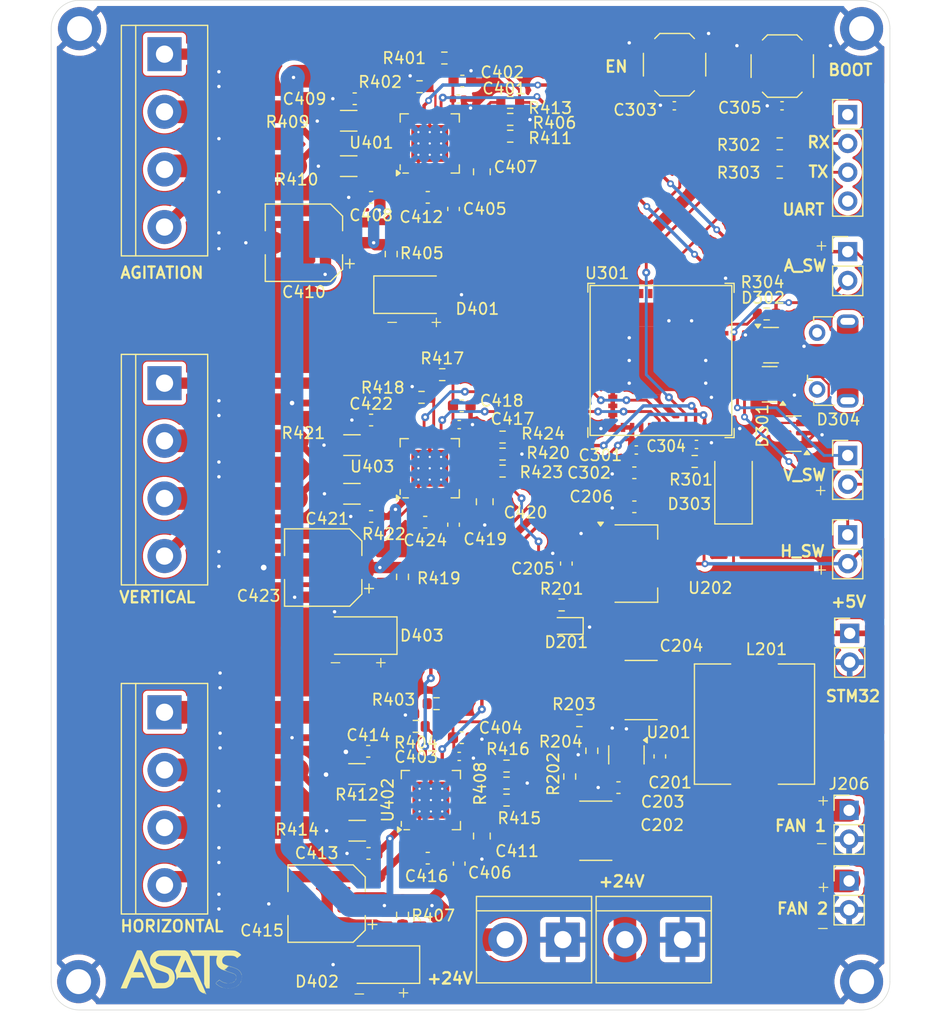
<source format=kicad_pcb>
(kicad_pcb (version 20241229) (generator "pcbnew") (generator_version "9.0")
  (title_block (title "Motor Controller PCB") (date "2025-05-07") (rev "v1") (company "University of California, Santa Cruz"))
  (layers (0 "F.Cu" signal) (2 "B.Cu" signal) (13 "F.Paste" user) (15 "B.Paste" user) (5 "F.SilkS" user "F.Silkscreen") (7 "B.SilkS" user "B.Silkscreen") (1 "F.Mask" user) (3 "B.Mask" user) (25 "Edge.Cuts" user))
  (net 0 "")
  (net 1 "+24V")
  (net 2 "GND")
  (net 3 "/Power Supply/BUCK_SW")
  (net 4 "+5V")
  (net 5 "/Power Supply/BUCK_EN")
  (net 6 "/Power Supply/BUCK_FB")
  (net 7 "/Microcontroller/EN")
  (net 8 "/Microcontroller/BOOT")
  (net 9 "/Stepper Drivers/A_VCP")
  (net 10 "/Stepper Drivers/H_VCP")
  (net 11 "/Stepper Drivers/A_VREG")
  (net 12 "/Stepper Drivers/H_VREG")
  (net 13 "/Stepper Drivers/A_CP1")
  (net 14 "/Stepper Drivers/A_CP2")
  (net 15 "/Stepper Drivers/H_CP2")
  (net 16 "/Stepper Drivers/H_CP1")
  (net 17 "/Stepper Drivers/V_VCP")
  (net 18 "/Stepper Drivers/V_VREG")
  (net 19 "/Stepper Drivers/V_CP1")
  (net 20 "/Stepper Drivers/V_CP2")
  (net 21 "/Power Supply/BUCK_BST")
  (net 22 "/Stepper Drivers/A_FLYBACK")
  (net 23 "/Stepper Drivers/H_FLYBACK")
  (net 24 "Net-(D201-A)")
  (net 25 "/Microcontroller/USB_D-")
  (net 26 "/Microcontroller/USB_D+")
  (net 27 "/Microcontroller/+VBUS")
  (net 29 "/Microcontroller/RXD")
  (net 30 "/Microcontroller/TXD")
  (net 40 "/Microcontroller/AGITATION_SWITCH")
  (net 41 "/Microcontroller/VERTICAL_SWITCH")
  (net 42 "/Microcontroller/HORIZONTAL_SWITCH")
  (net 43 "/Stepper Drivers/AGITATE_2A")
  (net 44 "/Stepper Drivers/AGITATE_2B")
  (net 45 "/Stepper Drivers/AGITATE_1B")
  (net 46 "/Stepper Drivers/AGITATE_1A")
  (net 47 "/Stepper Drivers/HORIZONTAL_1A")
  (net 48 "/Stepper Drivers/HORIZONTAL_2A")
  (net 49 "/Stepper Drivers/HORIZONTAL_1B")
  (net 50 "/Stepper Drivers/HORIZONTAL_2B")
  (net 51 "/Stepper Drivers/VERTICAL_1A")
  (net 52 "/Stepper Drivers/VERTICAL_2B")
  (net 53 "/Stepper Drivers/VERTICAL_2A")
  (net 54 "/Stepper Drivers/VERTICAL_1B")
  (net 55 "/Microcontroller/TXD0")
  (net 56 "/Microcontroller/RXD0")
  (net 57 "/Microcontroller/IO8")
  (net 58 "/Stepper Drivers/A_VREF")
  (net 59 "/Stepper Drivers/H_VREF")
  (net 60 "/Stepper Drivers/A_ROSC")
  (net 61 "/Stepper Drivers/H_ROSC")
  (net 62 "/Stepper Drivers/A_SENSE1")
  (net 63 "/Stepper Drivers/A_SENSE2")
  (net 64 "/Stepper Drivers/A_RESET")
  (net 65 "/Stepper Drivers/H_SENSE1")
  (net 66 "/Stepper Drivers/A_SLEEP")
  (net 67 "/Stepper Drivers/H_SENSE2")
  (net 68 "/Stepper Drivers/H_RESET")
  (net 69 "/Stepper Drivers/H_SLEEP")
  (net 70 "/Stepper Drivers/V_VREF")
  (net 71 "/Stepper Drivers/V_ROSC")
  (net 72 "/Stepper Drivers/V_SENSE1")
  (net 73 "/Stepper Drivers/V_SENSE2")
  (net 74 "/Stepper Drivers/V_RESET")
  (net 75 "/Stepper Drivers/V_SLEEP")
  (net 81 "AGITATION_STEP")
  (net 82 "HORIZONTAL_DIR")
  (net 83 "VERTICAL_STEP")
  (net 84 "HORIZONTAL_STEP")
  (net 88 "VERTICAL_DIR")
  (net 90 "AGITATION_DIR")
  (net 106 "+3.3V")
  (net 107 "/Stepper Drivers/V_FLYBACK")
  (net 108 "/Power Supply/DIGITAL_POWER_+24V")
  (footprint "Button_Switch_SMD:SW_Push_1P1T_XKB_TS-1187A" (layer "F.Cu") (at 169 73.675)
    (property "Reference" "SW301" (hide yes))
    (property "Value" "SW_Push")
  )
  (footprint "Package_TO_SOT_SMD:SOT-23" (layer "F.Cu") (at 179.5125 106.2 180)
    (property "Reference" "D304")
    (property "Value" "PSM712-LF-T7")
  )
  (footprint "Capacitor_SMD:C_0603_1608Metric" (layer "F.Cu") (at 147 114)
    (property "Reference" "C424")
    (property "Value" "100n")
  )
  (footprint "Capacitor_SMD:C_0603_1608Metric" (layer "F.Cu") (at 165.45 112.65 180)
    (property "Reference" "C206")
    (property "Value" "22u")
  )
  (footprint "Capacitor_SMD:CP_Elec_6.3x7.7" (layer "F.Cu") (at 136.3 89.37 180)
    (property "Reference" "C410")
    (property "Value" "100u")
  )
  (footprint "Capacitor_SMD:C_0402_1005Metric" (layer "F.Cu") (at 150 134.65 180)
    (property "Reference" "C403")
    (property "Value" "100n")
  )
  (footprint "TerminalBlock:TerminalBlock_bornier-4_P5.08mm" (layer "F.Cu") (at 124 72.75 -90)
    (property "Reference" "J401" (hide yes))
    (property "Value" "Conn_01x04")
  )
  (footprint "Diode_SMD:D_SMA" (layer "F.Cu") (at 174.2 110.65 90)
    (property "Reference" "D303")
    (property "Value" "SS14")
  )
  (footprint "Capacitor_SMD:C_0603_1608Metric" (layer "F.Cu") (at 159.45 117.65 90)
    (property "Reference" "C205")
    (property "Value" "22u")
  )
  (footprint "Resistor_SMD:R_0603_1608Metric" (layer "F.Cu") (at 146.5 75.62 180)
    (property "Reference" "R402")
    (property "Value" "4k7")
  )
  (footprint "Resistor_SMD:R_0603_1608Metric" (layer "F.Cu") (at 145 148.62 -90)
    (property "Reference" "R407")
    (property "Value" "10R")
  )
  (footprint "Capacitor_SMD:C_0603_1608Metric" (layer "F.Cu") (at 147.225 85.37)
    (property "Reference" "C412")
    (property "Value" "100n")
  )
  (footprint "Capacitor_SMD:CP_Elec_6.3x7.7" (layer "F.Cu") (at 138.3 147.62 180)
    (property "Reference" "C415")
    (property "Value" "100u")
  )
  (footprint "Resistor_SMD:R_0603_1608Metric" (layer "F.Cu") (at 146.175 132 180)
    (property "Reference" "R404")
    (property "Value" "4k7")
  )
  (footprint "Connector_PinHeader_2.54mm:PinHeader_1x04_P2.54mm_Vertical" (layer "F.Cu") (at 184.275 78.08)
    (property "Reference" "J301" (hide yes))
    (property "Value" "Conn_01x04")
  )
  (footprint "MountingHole:MountingHole_2.2mm_M2_DIN965_Pad" (layer "F.Cu") (at 116.5 70.5)
    (property "Reference" "H201" (hide yes))
    (property "Value" "MountingHole_Pad")
  )
  (footprint "MountingHole:MountingHole_2.2mm_M2_DIN965_Pad" (layer "F.Cu") (at 116.42 154.5)
    (property "Reference" "H204" (hide yes))
    (property "Value" "MountingHole_Pad")
  )
  (footprint "Capacitor_SMD:C_0402_1005Metric" (layer "F.Cu") (at 150 105.4 180)
    (property "Reference" "C417")
    (property "Value" "100n")
  )
  (footprint "MountingHole:MountingHole_2.2mm_M2_DIN965_Pad" (layer "F.Cu") (at 185.5 154.5)
    (property "Reference" "H203" (hide yes))
    (property "Value" "MountingHole_Pad")
  )
  (footprint "Package_TO_SOT_SMD:SOT-23" (layer "F.Cu") (at 177.3875 101.85 180)
    (property "Reference" "D301")
    (property "Value" "PSM712-LF-T7")
  )
  (footprint "Resistor_SMD:R_0603_1608Metric" (layer "F.Cu") (at 154.5 79.98 180)
    (property "Reference" "R411")
    (property "Value" "10k")
  )
  (footprint "TerminalBlock:TerminalBlock_bornier-4_P5.08mm" (layer "F.Cu") (at 124 101.75 -90)
    (property "Reference" "J403" (hide yes))
    (property "Value" "Conn_01x04")
  )
  (footprint "Connector_PinHeader_2.54mm:PinHeader_1x02_P2.54mm_Vertical" (layer "F.Cu") (at 184.275 108.12)
    (property "Reference" "J304" (hide yes))
    (property "Value" "Conn_01x02")
  )
  (footprint "Connector_PinHeader_2.54mm:PinHeader_1x02_P2.54mm_Vertical" (layer "F.Cu") (at 184.4 139.4)
    (property "Reference" "J206")
    (property "Value" "Conn_01x02")
  )
  (footprint "Capacitor_SMD:C_0402_1005Metric" (layer "F.Cu") (at 149.92 76.7 180)
    (property "Reference" "C401")
    (property "Value" "100n")
  )
  (footprint "Resistor_SMD:R_0603_1608Metric" (layer "F.Cu") (at 160.6 131.5)
    (property "Reference" "R203")
    (property "Value" "68k")
  )
  (footprint "Resistor_SMD:R_0603_1608Metric" (layer "F.Cu") (at 159.035 121.3)
    (property "Reference" "R201")
    (property "Value" "5k1")
  )
  (footprint "Resistor_SMD:R_0603_1608Metric" (layer "F.Cu") (at 146.675 103 180)
    (property "Reference" "R418")
    (property "Value" "4k7")
  )
  (footprint "Capacitor_SMD:C_2220_5750Metric" (layer "F.Cu") (at 166.05 128.8 180)
    (property "Reference" "C204")
    (property "Value" "22u")
  )
  (footprint "LED_SMD:LED_0603_1608Metric" (layer "F.Cu") (at 159.45 123.15 180)
    (property "Reference" "D201")
    (property "Value" "RED")
  )
  (footprint "Resistor_SMD:R_0603_1608Metric" (layer "F.Cu") (at 148 130 180)
    (property "Reference" "R403")
    (property "Value" "18k")
  )
  (footprint "Resistor_SMD:R_0603_1608Metric" (layer "F.Cu") (at 178.275 80.65)
    (property "Reference" "R302")
    (property "Value" "0R")
  )
  (footprint "Resistor_SMD:R_1206_3216Metric" (layer "F.Cu") (at 140.5375 111.5 180)
    (property "Reference" "R422")
    (property "Value" "75m")
  )
  (footprint "Connector_PinHeader_2.54mm:PinHeader_1x02_P2.54mm_Vertical" (layer "F.Cu") (at 184.275 115.12)
    (property "Reference" "J305" (hide yes))
    (property "Value" "Conn_01x02")
  )
  (footprint "Capacitor_SMD:C_0805_2012Metric" (layer "F.Cu") (at 152 141.67 -90)
    (property "Reference" "C411")
    (property "Value" "220n")
  )
  (footprint "Capacitor_SMD:C_0402_1005Metric" (layer "F.Cu") (at 170.93 107.15)
    (property "Reference" "C304")
    (property "Value" "1u")
  )
  (footprint "Connector_PinHeader_2.54mm:PinHeader_1x02_P2.54mm_Vertical" (layer "F.Cu") (at 184.275 90.16)
    (property "Reference" "J303" (hide yes))
    (property "Value" "Conn_01x02")
  )
  (footprint "Resistor_SMD:R_1206_3216Metric" (layer "F.Cu") (at 140.5375 107.21 180)
    (property "Reference" "R421")
    (property "Value" "75m")
  )
  (footprint "Capacitor_SMD:C_0402_1005Metric" (layer "F.Cu") (at 165.625 107.64)
    (property "Reference" "C301")
    (property "Value" "100n")
  )
  (footprint "Capacitor_SMD:C_2220_5750Metric" (layer "F.Cu") (at 162.05 141.2 180)
    (property "Reference" "C202")
    (property "Value" "22u")
  )
  (footprint "Diode_SMD:D_SMA" (layer "F.Cu") (at 141 124 180)
    (property "Reference" "D403")
    (property "Value" "SMAJ28A")
  )
  (footprint "Capacitor_SMD:C_0603_1608Metric" (layer "F.Cu") (at 142.225 113.5)
    (property "Reference" "C421")
    (property "Value" "100n")
  )
  (footprint "Capacitor_SMD:C_0805_2012Metric" (layer "F.Cu") (at 152 83.12 -90)
    (property "Reference" "C407")
    (property "Value" "220n")
  )
  (footprint "Resistor_SMD:R_1206_3216Metric" (layer "F.Cu") (at 140.25 78.62 180)
    (property "Reference" "R409")
    (property "Value" "75m")
  )
  (footprint "Resistor_SMD:R_0603_1608Metric" (layer "F.Cu") (at 159.75 136.425 90)
    (property "Reference" "R202")
    (property "Value" "100k")
  )
  (footprint "Resistor_SMD:R_0603_1608Metric" (layer "F.Cu") (at 148.69 73.09)
    (property "Reference" "R401")
    (property "Value" "10k")
  )
  (footprint "Connector_PinHeader_2.54mm:PinHeader_1x02_P2.54mm_Vertical" (layer "F.Cu") (at 184.4 145.625)
    (property "Reference" "J207" (hide yes))
    (property "Value" "Conn_01x02")
  )
  (footprint "Package_DFN_QFN:QFN-28-1EP_5x5mm_P0.5mm_EP3.25x3.25mm_ThermalVias" (layer "F.Cu") (at 147.4 80.62 90)
    (property "Reference" "U401")
    (property "Value" "A4988")
  )
  (footprint "Resistor_SMD:R_0603_1608Metric" (layer "F.Cu") (at 178.275 83.16)
    (property "Reference" "R303")
    (property "Value" "0R")
  )
  (footprint "Capacitor_SMD:C_0603_1608Metric" (layer "F.Cu") (at 150 144.1 -90)
    (property "Reference" "C406")
    (property "Value" "100n")
  )
  (footprint "A4988ftprnt:ASATSlogo2" (layer "F.Cu") (at 125.35 153.71)
    (property "Reference" "G***" (hide yes))
    (property "Value" "LOGO" (hide yes))
  )
  (footprint "TerminalBlock:TerminalBlock_bornier-2_P5.08mm" (layer "F.Cu") (at 159.14 150.8 180)
    (property "Reference" "J203" (hide yes))
    (property "Value" "Conn_01x02")
  )
  (footprint "Inductor_SMD:L_10.4x10.4_H4.8" (layer "F.Cu") (at 176.05 131.8 90)
    (property "Reference" "L201")
    (property "Value" "22u")
  )
  (footprint "Connector_USB:USB_Micro-B_Molex-105017-0001" (layer "F.Cu") (at 183.0375 99.8 90)
    (property "Reference" "J302" (hide yes))
    (property "Value" "USB_B_Micro")
  )
  (footprint "Capacitor_SMD:C_0603_1608Metric" (layer "F.Cu") (at 149.5 114.225 -90)
    (property "Reference" "C419")
    (property "Value" "100n")
  )
  (footprint "Diode_SMD:D_SMA" (layer "F.Cu") (at 143 153 180)
    (property "Reference" "D402")
    (property "Value" "SMAJ28A")
  )
  (footprint "Capacitor_SMD:C_0603_1608Metric" (layer "F.Cu") (at 140.78 76.68)
    (property "Reference" "C409")
    (property "Value" "100n")
  )
  (footprint "Resistor_SMD:R_0603_1608Metric" (layer "F.Cu") (at 153.825 106.5 180)
    (property "Reference" "R424")
    (property "Value" "100k")
  )
  (footprint "Capacitor_SMD:C_0603_1608Metric" (layer "F.Cu") (at 142.225 105)
    (property "Reference" "C422")
    (property "Value" "100n")
  )
  (footprint "Resistor_SMD:R_0603_1608Metric" (layer "F.Cu") (at 153.825 109.5 180)
    (property "Reference" "R423")
    (property "Value" "10k")
  )
  (footprint "Package_TO_SOT_SMD:SOT-223-3_TabPin2" (layer "F.Cu") (at 165.6 117.65)
    (property "Reference" "U202")
    (property "Value" "AMS1117")
  )
  (footprint "Package_TO_SOT_SMD:SOT-23-6" (layer "F.Cu") (at 164.75 134.5125 -90)
    (property "Reference" "U201")
    (property "Value" "TP6841S6")
  )
  (footprint "Capacitor_SMD:C_0402_1005Metric" (layer "F.Cu") (at 178.48 77.3)
    (property "Reference" "C305")
    (property "Value" "100n")
  )
  (footprint "Resistor_SMD:R_0603_1608Metric" (layer "F.Cu") (at 148.5 101)
    (property "Reference" "R417")
    (property "Value" "12k")
  )
  (footprint "Package_DFN_QFN:QFN-28-1EP_5x5mm_P0.5mm_EP3.25x3.25mm_ThermalVias" (layer "F.Cu") (at 147.4 109.25 90)
    (property "Reference" "U403")
    (property "Value" "A4988")
  )
  (footprint "TerminalBlock:TerminalBlock_bornier-4_P5.08mm" (layer "F.Cu") (at 124 130.76 -90)
    (property "Reference" "J402" (hide yes))
    (property "Value" "Conn_01x04")
  )
  (footprint "Package_DFN_QFN:QFN-28-1EP_5x5mm_P0.5mm_EP3.25x3.25mm_ThermalVias" (layer "F.Cu") (at 147.5 138.5 90)
    (property "Reference" "U402")
    (property "Value" "A4988")
  )
  (footprint "Capacitor_SMD:C_0603_1608Metric" (layer "F.Cu") (at 142.225 85.37)
    (property "Reference" "C408")
    (property "Value" "100n")
  )
  (footprint "Package_TO_SOT_SMD:SOT-23" (layer "F.Cu") (at 177.5125 98.4)
    (property "Reference" "D302")
    (property "Value" "PSM712-LF-T7")
  )
  (footprint "Capacitor_SMD:C_0603_1608Metric" (layer "F.Cu") (at 147.225 143.62)
    (property "Reference" "C416")
    (property "Value" "100n")
  )
  (footprint "Resistor_SMD:R_1206_3216Metric" (layer "F.Cu") (at 140.975 136.2 180)
    (property "Reference" "R412")
    (property "Value" "75m")
  )
  (footprint "Resistor_SMD:R_0603_1608Metric" (layer "F.Cu") (at 177.125 95.65 180)
    (property "Reference" "R304")
    (property "Value" "10k")
  )
  (footprint "Capacitor_SMD:C_0603_1608Metric" (layer "F.Cu") (at 167.7 134.65 90)
    (property "Reference" "C201")
    (property "Value" "100n")
  )
  (footprint "Espressif:ESP32-C6-MINI-1U" (layer "F.Cu") (at 165.75 99.75 90)
    (property "Reference" "U301")
    (property "Value" "ESP32-C6-MINI-1")
  )
  (footprint "Capacitor_SMD:C_0603_1608Metric" (layer "F.Cu") (at 165.45 109.65 180)
    (property "Reference" "C302")
    (property "Value" "22u")
  )
  (footprint "Capacitor_SMD:C_0402_1005Metric" (layer "F.Cu") (at 168.98 77.3)
    (property "Reference" "C303")
    (property "Value" "100n")
  )
  (footprint "Resistor_SMD:R_0603_1608Metric" (layer "F.Cu") (at 161.7 134.15 90)
    (property "Reference" "R204")
    (property "Value" "13k")
  )
  (footprint "MountingHole:MountingHole_2.2mm_M2_DIN965_Pad" (layer "F.Cu") (at 185.5 70.5)
    (property "Reference" "H202" (hide yes))
    (property "Value" "MountingHole_Pad")
  )
  (footprint "Resistor_SMD:R_0603_1608Metric" (layer "F.Cu") (at 170.775 108.65 180)
    (property "Reference" "R301")
    (property "Value" "10k")
  )
  (footprint "Resistor_SMD:R_0603_1608Metric" (layer "F.Cu") (at 154.175 135.5 180)
    (property "Reference" "R416")
    (property "Value" "100k")
  )
  (footprint "Resistor_SMD:R_1206_3216Metric" (layer "F.Cu") (at 140.25 82.62 180)
    (property "Reference" "R410")
    (property "Value" "75m")
  )
  (footprint "TerminalBlock:TerminalBlock_bornier-2_P5.08mm" (layer "F.Cu") (at 169.7 150.8 180)
    (property "Reference" "J201" (hide yes))
    (property "Value" "Conn_01x02")
  )
  (footprint "Button_Switch_SMD:SW_Push_1P1T_XKB_TS-1187A" (layer "F.Cu") (at 178.5 73.8)
    (property "Reference" "SW302" (hide yes))
    (property "Value" "SW_Push")
  )
  (footprint "Capacitor_SMD:C_0603_1608Metric" (layer "F.Cu") (at 150.225 133)
    (property "Reference" "C404")
    (property "Value" "22u")
  )
  (footprint "Resistor_SMD:R_0603_1608Metric" (layer "F.Cu") (at 154.5 77 180)
    (property "Reference" "R413")
    (property "Value" "100k")
  )
  (footprint "Resistor_SMD:R_0603_1608Metric" (layer "F.Cu") (at 145 118.825 -90)
    (property "Reference" "R419")
    (property "Value" "10R")
  )
  (footprint "Capacitor_SMD:C_0603_1608Metric" (layer "F.Cu") (at 141.975 134.2)
    (property "Reference" "C414")
    (property "Value" "100n")
  )
  (footprint "Resistor_SMD:R_0603_1608Metric" (layer "F.Cu") (at 153.825 108 180)
    (property "Reference" "R420")
    (property "Value" "24k")
  )
  (footprint "Capacitor_SMD:C_0603_1608Metric" (layer "F.Cu") (at 164.05 137.4)
    (property "Reference" "C203")
    (property "Value" "100n")
  )
  (footprint "Capacitor_SMD:C_0603_1608Metric" (layer "F.Cu") (at 150.275 75.12)
    (property "Reference" "C402")
    (property "Value" "22u")
  )
  (footprint "Resistor_SMD:R_0603_1608Metric" (layer "F.Cu") (at 154.175 137 180)
    (property "Reference" "R408")
    (property "Value" "24k")
  )
  (footprint "Diode_SMD:D_SMA" (layer "F.Cu") (at 145.975 93.95)
    (property "Reference" "D401")
    (property "Value" "SMAJ28A")
  )
  (footprint "Resistor_SMD:R_1206_3216Metric" (layer "F.Cu") (at 141 141.2 180)
    (property "Reference" "R414")
    (property "Value" "75m")
  )
  (footprint "Resistor_SMD:R_0603_1608Metric" (layer "F.Cu") (at 154.175 138.5 180)
    (property "Reference" "R415")
    (property "Value" "10k")
  )
  (footprint "Connector_PinHeader_2.54mm:PinHeader_1x02_P2.54mm_Vertical" (layer "F.Cu") (at 184.45 123.8)
    (property "Reference" "J202" (hide yes))
    (property "Value" "Conn_01x02")
  )
  (footprint "Capacitor_SMD:C_0603_1608Metric" (layer "F.Cu") (at 149.5 86.395 -90)
    (property "Reference" "C405")
    (property "Value" "100n")
  )
  (footprint "Capacitor_SMD:C_0603_1608Metric" (layer "F.Cu") (at 150.225 103.75)
    (property "Reference" "C418")
    (property "Value" "22u")
  )
  (footprint "Capacitor_SMD:CP_Elec_6.3x7.7" (layer "F.Cu") (at 138 118 180)
    (property "Reference" "C423")
    (property "Value" "100u")
  )
  (footprint "Capacitor_SMD:C_0603_1608Metric" (layer "F.Cu") (at 142 143.2)
    (property "Reference" "C413")
    (property "Value" "100n")
  )
  (footprint "Resistor_SMD:R_0603_1608Metric" (layer "F.Cu") (at 144 90.37 -90)
    (property "Reference" "R405")
    (property "Value" "10R")
  )
  (footprint "Resistor_SMD:R_0603_1608Metric" (layer "F.Cu") (at 154.5 78.5 180)
    (property "Reference" "R406")
    (property "Value" "24k")
  )
  (footprint "Capacitor_SMD:C_0805_2012Metric" (layer "F.Cu") (at 152.25 112.2 -90)
    (property "Reference" "C420")
    (property "Value" "220n")
  )
  (gr_arc (start 116.5 157) (mid 114.732233 156.267767) (end 114 154.5) (stroke (width 0.05)) (layer "Edge.Cuts"))
  (gr_arc (start 114 70.5) (mid 114.732233 68.732233) (end 116.5 68) (stroke (width 0.05)) (layer "Edge.Cuts"))
  (gr_line (start 188 154.5) (end 188 70.5) (stroke (width 0.05)) (layer "Edge.Cuts"))
  (gr_line (start 116.5 157) (end 185.5 157) (stroke (width 0.05)) (layer "Edge.Cuts"))
  (gr_line (start 185.5 68) (end 116.5 68) (stroke (width 0.05)) (layer "Edge.Cuts"))
  (gr_line (start 114 70.5) (end 114 154.5) (stroke (width 0.05)) (layer "Edge.Cuts"))
  (gr_arc (start 185.5 68) (mid 187.267767 68.732233) (end 188 70.5) (stroke (width 0.05)) (layer "Edge.Cuts"))
  (gr_arc (start 188 154.5) (mid 187.267767 156.267767) (end 185.5 157) (stroke (width 0.05)) (layer "Edge.Cuts"))
  (gr_text "VERTICAL" (at 119.9 121.2 0) (layer "F.SilkS") (effects (font (size 1 1) (thickness 0.2) (bold yes)) (justify left bottom)))
  (gr_text "+" (at 181.2 111.725 0) (layer "F.SilkS") (effects (font (size 1 1) (thickness 0.1)) (justify left bottom)))
  (gr_text "+" (at 181.425 139.075 0) (layer "F.SilkS") (effects (font (size 1 1) (thickness 0.1)) (justify left bottom)))
  (gr_text "V_SW" (at 178.475 110.425 0) (layer "F.SilkS") (effects (font (size 1 1) (thickness 0.2) (bold yes)) (justify left bottom)))
  (gr_text "STM32" (at 182.225 129.925 0) (layer "F.SilkS") (effects (font (size 1 1) (thickness 0.2) (bold yes)) (justify left bottom)))
  (gr_text "+" (at 144.4 156 0) (layer "F.SilkS") (effects (font (size 1 1) (thickness 0.1)) (justify left bottom)))
  (gr_text "BOOT" (at 182.45 74.725 0) (layer "F.SilkS") (effects (font (size 1 1) (thickness 0.2) (bold yes)) (justify left bottom)))
  (gr_text "-" (at 140.5 156.1 0) (layer "F.SilkS") (effects (font (size 1 1) (thickness 0.1)) (justify left bottom)))
  (gr_text "+5V" (at 182.7 121.6 0) (layer "F.SilkS") (effects (font (size 1 1) (thickness 0.2) (bold yes)) (justify left bottom)))
  (gr_text "+" (at 142.4 126.9 0) (layer "F.SilkS") (effects (font (size 1 1) (thickness 0.1)) (justify left bottom)))
  (gr_text "AGITATION" (at 120 92.6 0) (layer "F.SilkS") (effects (font (size 1 1) (thickness 0.2) (bold yes)) (justify left bottom)))
  (gr_text "+" (at 181.45 146.7 0) (layer "F.SilkS") (effects (font (size 1 1) (thickness 0.1)) (justify left bottom)))
  (gr_text "+" (at 181.275 90.16 0) (layer "F.SilkS") (effects (font (size 1 1) (thickness 0.1)) (justify left bottom)))
  (gr_text "RX" (at 180.6 81.1 0) (layer "F.SilkS") (effects (font (size 1 1) (thickness 0.2) (bold yes)) (justify left bottom)))
  (gr_text "TX" (at 180.7 83.7 0) (layer "F.SilkS") (effects (font (size 1 1) (thickness 0.2) (bold yes)) (justify left bottom)))
  (gr_text "EN" (at 162.75 74.425 0) (layer "F.SilkS") (effects (font (size 1 1) (thickness 0.2) (bold yes)) (justify left bottom)))
  (gr_text "-" (at 181.3 142.85 0) (layer "F.SilkS") (effects (font (size 1 1) (thickness 0.1)) (justify left bottom)))
  (gr_text "FAN 2" (at 177.925 148.65 0) (layer "F.SilkS") (effects (font (size 1 1) (thickness 0.2) (bold yes)) (justify left bottom)))
  (gr_text "+24V" (at 162.2 146.25 0) (layer "F.SilkS") (effects (font (size 1 1) (thickness 0.2) (bold yes)) (justify left bottom)))
  (gr_text "+" (at 181.25 118.725 0) (layer "F.SilkS") (effects (font (size 1 1) (thickness 0.1)) (justify left bottom)))
  (gr_text "+" (at 147.3 96.9 0) (layer "F.SilkS") (effects (font (size 1 1) (thickness 0.1)) (justify left bottom)))
  (gr_text "FAN 1" (at 177.75 141.35 0) (layer "F.SilkS") (effects (font (size 1 1) (thickness 0.2) (bold yes)) (justify left bottom)))
  (gr_text "UART" (at 178.4 87.03 0) (layer "F.SilkS") (effects (font (size 1 1) (thickness 0.2) (bold yes)) (justify left bottom)))
  (gr_text "-" (at 143.4 96.9 0) (layer "F.SilkS") (effects (font (size 1 1) (thickness 0.1)) (justify left bottom)))
  (gr_text "H_SW" (at 178.2 117.15 0) (layer "F.SilkS") (effects (font (size 1 1) (thickness 0.2) (bold yes)) (justify left bottom)))
  (gr_text "-" (at 138.4 126.9 0) (layer "F.SilkS") (effects (font (size 1 1) (thickness 0.1)) (justify left bottom)))
  (gr_text "HORIZONTAL" (at 120 150.2 0) (layer "F.SilkS") (effects (font (size 1 1) (thickness 0.2) (bold yes)) (justify left bottom)))
  (gr_text "-" (at 181.4 150.325 0) (layer "F.SilkS") (effects (font (size 1 1) (thickness 0.1)) (justify left bottom)))
  (gr_text "+24V" (at 147.05 154.8 0) (layer "F.SilkS") (effects (font (size 1 1) (thickness 0.2) (bold yes)) (justify left bottom)))
  (gr_text "A_SW" (at 178.525 91.975 0) (layer "F.SilkS") (effects (font (size 1 1) (thickness 0.2) (bold yes)) (justify left bottom)))
  (segment (start 145 147.795) (end 143.4 147.795) (width 2) (layer "F.Cu") (net 1))
  (segment (start 144 105) (end 145 106) (width 0.6) (layer "F.Cu") (net 1))
  (segment (start 143 85.37) (end 143 86.45) (width 1) (layer "F.Cu") (net 1))
  (segment (start 150.6 150.8) (end 147.595 147.795) (width 2) (layer "F.Cu") (net 1))
  (segment (start 143 105) (end 144 105) (width 0.6) (layer "F.Cu") (net 1))
  (segment (start 141.691 76.544) (end 141.691 75.868096) (width 1) (layer "F.Cu") (net 1))
  (segment (start 149.5 115) (end 149.5 115.101) (width 1) (layer "F.Cu") (net 1))
  (segment (start 141.691 75.868096) (end 140.512904 74.69) (width 1) (layer "F.Cu") (net 1))
  (segment (start 147.595 147.28) (end 149.899 144.976) (width 1) (layer "F.Cu") (net 1))
  (segment (start 143 105) (end 141.5 103.5) (width 0.6) (layer "F.Cu") (net 1))
  (segment (start 146.601 118) (end 145 118) (width 1) (layer "F.Cu") (net 1))
  (segment (start 145 112.25) (end 145 110.876) (width 0.6) (layer "F.Cu") (net 1))
  (segment (start 143.8875 141.8875) (end 145.1 140.675) (width 0.6) (layer "F.Cu") (net 1))
  (segment (start 144.24 78.36) (end 145 79.12) (width 0.3) (layer "F.Cu") (net 1))
  (segment (start 147.226 89.545) (end 149.5 87.271) (width 1) (layer "F.Cu") (net 1))
  (segment (start 145 106) (end 145 106.5) (width 0.6) (layer "F.Cu") (net 1))
  (segment (start 143 84.86) (end 145 82.86) (width 1) (layer "F.Cu") (net 1))
  (segment (start 139 89.37) (end 142.45 89.37) (width 1) (layer "F.Cu") (net 1))
  (segment (start 143 85.37) (end 143 84.86) (width 1) (layer "F.Cu") (net 1))
  (segment (start 138.08 120.62) (end 140.7 118) (width 1) (layer "F.Cu") (net 1))
  (segment (start 145.1 140.675) (end 145.1 140.126) (width 0.6) (layer "F.Cu") (net 1))
  (segment (start 138.2 92.13) (end 138.17 92.16) (width 2) (layer "F.Cu") (net 1))
  (segment (start 144 89.545) (end 147.226 89.545) (width 1) (layer "F.Cu") (net 1))
  (segment (start 140.512904 74.69) (end 135.49 74.69) (width 2) (layer "F.Cu") (net 1))
  (segment (start 135.49 74.69) (end 135.38 74.8) (width 1) (layer "F.Cu") (net 1))
  (segment (start 138.2 90.17) (end 138.2 92.13) (width 1) (layer "F.Cu") (net 1))
  (segment (start 142.56 76.68) (end 144.24 78.36) (width 1) (layer "F.Cu") (net 1))
  (segment (start 144 89.545) (end 142.625 89.545) (width 1) (layer "F.Cu") (net 1))
  (segment (start 143.75 113.5) (end 144.375 112.875) (width 0.6) (layer "F.Cu") (net 1))
  (segment (start 142.75 134.2) (end 145.1 136.55) (width 0.6) (layer "F.Cu") (net 1))
  (segment (start 145 107.75) (end 145 106.5) (width 0.25) (layer "F.Cu") (net 1))
  (segment (start 147.595 147.795) (end 145 147.795) (width 2) (layer "F.Cu") (net 1))
  (segment (start 135.48 120.62) (end 138.08 120.62) (width 1) (layer "F.Cu") (net 1))
  (segment (start 149.5 115.101) (end 146.601 118) (width 1) (layer "F.Cu") (net 1))
  (segment (start 141.5 103.5) (end 135.25 103.5) (width 0.6) (layer "F.Cu") (net 1))
  (segment (start 141.555 76.68) (end 142.56 76.68) (width 1) (layer "F.Cu") (net 1))
  (segment (start 139 89.37) (end 138.2 90.17) (width 1) (layer "F.Cu") (net 1))
  (segment (start 150.6 150.8) (end 154.06 150.8) (width 2) (layer "F.Cu") (net 1))
  (segment (start 143 86.45) (end 142.95 86.5) (width 1) (layer "F.Cu") (net 1))
  (segment (start 140.7 118) (end 143 118) (width 1) (layer "F.Cu") (net 1))
  (segment (start 141 147.62) (end 143.225 147.62) (width 2) (layer "F.Cu") (net 1))
  (segment (start 143 113.5) (end 143.75 113.5) (width 0.6) (layer "F.Cu") (net 1))
  (segment (start 145 82.12) (end 145 82.86) (width 0.3) (layer "F.Cu") (net 1))
  (segment (start 141.55 133) (end 135.25 133) (width 0.6) (layer "F.Cu") (net 1))
  (segment (start 143.225 147.62) (end 143.4 147.795) (width 2) (layer "F.Cu") (net 1))
  (segment (start 142.775 143.2) (end 143.8875 142.0875) (width 0.6) (layer "F.Cu") (net 1))
  (segment (start 145.1 136.55) (end 145.1 136.874) (width 0.6) (layer "F.Cu") (net 1))
  (segment (start 142.625 89.545) (end 142.45 89.37) (width 1) (layer "F.Cu") (net 1))
  (segment (start 145 118) (end 143 118) (width 1) (layer "F.Cu") (net 1))
  (segment (start 142.75 134.2) (end 141.55 133) (width 0.6) (layer "F.Cu") (net 1))
  (segment (start 144.375 112.875) (end 145 112.25) (width 0.6) (layer "F.Cu") (net 1))
  (via (at 143 118) (size 0.7) (drill 0.3) (layers "F.Cu" "B.Cu") (net 1))
  (via (at 135.48 120.62) (size 0.6) (drill 0.3) (layers "F.Cu" "B.Cu") (net 1))
  (via (at 147.595 147.795) (size 0.7) (drill 0.3) (layers "F.Cu" "B.Cu") (net 1))
  (via (at 143.4 147.795) (size 0.7) (drill 0.3) (layers "F.Cu" "B.Cu") (net 1))
  (via (at 143.8875 141.8875) (size 0.7) (drill 0.3) (layers "F.Cu" "B.Cu") (net 1))
  (via (at 135.25 133) (size 0.7) (drill 0.3) (layers "F.Cu" "B.Cu") (net 1))
  (via (at 135.38 74.8) (size 0.6) (drill 0.3) (layers "F.Cu" "B.Cu") (net 1))
  (via (at 135.25 103.5) (size 1) (drill 0.4) (layers "F.Cu" "B.Cu") (net 1))
  (via (at 142.95 86.5) (size 0.7) (drill 0.3) (layers "F.Cu" "B.Cu") (net 1))
  (via (at 144.375 112.875) (size 0.7) (drill 0.3) (layers "F.Cu" "B.Cu") (net 1))
  (via (at 138.17 92.16) (size 0.6) (drill 0.3) (layers "F.Cu" "B.Cu") (net 1))
  (via (at 142.45 89.37) (size 0.6) (drill 0.3) (layers "F.Cu" "B.Cu") (net 1))
  (segment (start 144.375 116.625) (end 143 118) (width 1) (layer "B.Cu") (net 1))
  (segment (start 135.25 142.65) (end 135.25 142.1) (width 2) (layer "B.Cu") (net 1))
  (segment (start 135.25 84.76) (end 135.25 74.98) (width 2) (layer "B.Cu") (net 1))
  (segment (start 143.8875 147.3075) (end 143.4 147.795) (width 0.6) (layer "B.Cu") (net 1))
  (segment (start 142.45 87) (end 142.45 89.37) (width 1) (layer "B.Cu") (net 1))
  (segment (start 135.25 103.5) (end 135.25 92.2) (width 2) (layer "B.Cu") (net 1))
  (segment (start 138.51 145.94) (end 140.365 147.795) (width 2) (layer "B.Cu") (net 1))
  (segment (start 135.25 140.5) (end 135.25 136.6) (width 2) (layer "B.Cu") (net 1))
  (segment (start 143.8875 147) (end 143.8875 147.3075) (width 0.6) (layer "B.Cu") (net 1))
  (segment (start 142.95 86.5) (end 142.45 87) (width 1) (layer "B.Cu") (net 1))
  (segment (start 135.25 128.9) (end 135.25 127.2) (width 2) (layer "B.Cu") (net 1))
  (segment (start 135.25 142.65) (end 138.51 145.91) (width 2) (layer "B.Cu") (net 1))
  (segment (start 147.595 147.795) (end 143.4 147.795) (width 2) (layer "B.Cu") (net 1))
  (segment (start 135.25 136.6) (end 135.25 135.25) (width 2) (layer "B.Cu") (net 1))
  (segment (start 135.25 92.2) (end 138.2 92.2) (width 2) (layer "B.Cu") (net 1))
  (segment (start 138.51 145.91) (end 138.51 145.94) (width 2) (layer "B.Cu") (net 1))
  (segment (start 135.25 123.4) (end 135.25 103.5) (width 2) (layer "B.Cu") (net 1))
  (segment (start 135.25 135.25) (end 135.25 135.1) (width 2) (layer "B.Cu") (net 1))
  (segment (start 135.25 127.2) (end 135.25 125.1) (width 2) (layer "B.Cu") (net 1))
  (segment (start 140.365 147.795) (end 143.4 147.795) (width 2) (layer "B.Cu") (net 1))
  (segment (start 135.25 135.1) (end 135.25 134.25) (width 2) (layer "B.Cu") (net 1))
  (segment (start 143.8875 141.8875) (end 143.8875 147) (width 0.6) (layer "B.Cu") (net 1))
  (segment (start 135.25 125.1) (end 135.25 123.4) (width 2) (layer "B.Cu") (net 1))
  (segment (start 135.25 134.25) (end 135.25 133) (width 2) (layer "B.Cu") (net 1))
  (segment (start 135.25 92.2) (end 135.25 84.76) (width 2) (layer "B.Cu") (net 1))
  (segment (start 135.25 142.1) (end 135.25 140.5) (width 2) (layer "B.Cu") (net 1))
  (segment (start 135.25 74.93) (end 135.38 74.8) (width 2) (layer "B.Cu") (net 1))
  (segment (start 135.25 74.98) (end 135.25 74.93) (width 2) (layer "B.Cu") (net 1))
  (segment (start 135.25 133) (end 135.25 128.9) (width 2) (layer "B.Cu") (net 1))
  (segment (start 144.375 112.875) (end 144.375 116.625) (width 1) (layer "B.Cu") (net 1))
  (segment (start 141 153) (end 138.875 153) (width 2) (layer "F.Cu") (net 2))
  (segment (start 145.35 131.1) (end 145.25 131) (width 0.3) (layer "F.Cu") (net 2))
  (segment (start 147 139) (end 147.5 138.5) (width 0.25) (layer "F.Cu") (net 2))
  (segment (start 163.275 137.4) (end 162.27 137.4) (width 1) (layer "F.Cu") (net 2))
  (segment (start 173.4 105.7) (end 174.7 105.7) (width 0.3) (layer "F.Cu") (net 2))
  (segment (start 170.425 97.775) (end 170.425 96.325) (width 0.3) (layer "F.Cu") (net 2))
  (segment (start 164.75 133.375) (end 164.75 132.22) (width 0.6) (layer "F.Cu") (net 2))
  (segment (start 151.87 133) (end 152 133.13) (width 0.3) (layer "F.Cu") (net 2))
  (segment (start 175.3 97.45) (end 175.25 97.5) (width 0.3) (layer "F.Cu") (net 2))
  (segment (start 151.05 75.12) (end 151.05 74.22) (width 0.25) (layer "F.Cu") (net 2))
  (segment (start 173.35 105.65) (end 173.4 105.7) (width 0.3) (layer "F.Cu") (net 2))
  (segment (start 133.23 147.62) (end 133.2 147.65) (width 2) (layer "F.Cu") (net 2))
  (segment (start 135.6 147.62) (end 133.23 147.62) (width 2) (layer "F.Cu") (net 2))
  (segment (start 164.6 97.35) (end 165 97.75) (width 0.3) (layer "F.Cu") (net 2))
  (segment (start 166.475 97.775) (end 165.025 97.775) (width 0.3) (layer "F.Cu") (net 2))
  (segment (start 141.2 134.2) (end 140.05 134.2) (width 0.6) (layer "F.Cu") (net 2))
  (segment (start 146.9 81.12) (end 147.4 80.62) (width 0.25) (layer "F.Cu") (net 2))
  (segment (start 145.85 103) (end 145.85 102.05) (width 0.4) (layer "F.Cu") (net 2))
  (segment (start 180.45 107.15) (end 181.3 106.3) (width 0.25) (layer "F.Cu") (net 2))
  (segment (start 150.4 76.7) (end 150.4 76.9) (width 0.25) (layer "F.Cu") (net 2))
  (segment (start 137.58 82.62) (end 137.575 82.625) (width 1) (layer "F.Cu") (net 2))
  (segment (start 155 137) (end 156 137) (width 0.3) (layer "F.Cu") (net 2))
  (segment (start 146.4 81.62) (end 147.4 80.62) (width 0.25) (layer "F.Cu") (net 2))
  (segment (start 139.075 111.5) (end 138.11 111.5) (width 0.4) (layer "F.Cu") (net 2))
  (segment (start 174.575 71.925) (end 174.5 72) (width 0.3) (layer "F.Cu") (net 2))
  (segment (start 168.45 97.775) (end 168.45 96.3) (width 0.3) (layer "F.Cu") (net 2))
  (segment (start 165.025 97.775) (end 165 97.75) (width 0.3) (layer "F.Cu") (net 2))
  (segment (start 137.505 78.62) (end 137.475 78.65) (width 1) (layer "F.Cu") (net 2))
  (segment (start 138.3 136.2) (end 138.25 136.25) (width 0.6) (layer "F.Cu") (net 2))
  (segment (start 146.9 83.02) (end 146.9 81.12) (width 0.25) (layer "F.Cu") (net 2))
  (segment (start 175.5 71.925) (end 174.575 71.925) (width 0.3) (layer "F.Cu") (net 2))
  (segment (start 147.5 136.1) (end 147.5 138.5) (width 0.3) (layer "F.Cu") (net 2))
  (segment (start 146.4 111.65) (end 146.4 110.25) (width 0.25) (layer "F.Cu") (net 2))
  (segment (start 146.4 83.02) (end 146.4 81.62) (width 0.25) (layer "F.Cu") (net 2))
  (segment (start 141.45 113.5) (end 140.43 113.5) (width 0.4) (layer "F.Cu") (net 2))
  (segment (start 164.6 101.35) (end 165 101.75) (width 0.3) (layer "F.Cu") (net 2))
  (segment (start 163.5 128.8) (end 163.5 132.15) (width 0.6) (layer "F.Cu") (net 2))
  (segment (start 158.375 116.875) (end 158.25 116.75) (width 0.3) (layer "F.Cu") (net 2))
  (segment (start 161.1 115.35) (end 160.75 115) (width 0.3) (layer "F.Cu") (net 2))
  (segment (start 164.675 109.65) (end 163.6 109.65) (width 0.3) (layer "F.Cu") (net 2))
  (segment (start 165.145 105.755) (end 165.25 105.65) (width 0.3) (layer "F.Cu") (net 2))
  (segment (start 172.45 105.65) (end 173.35 105.65) (width 0.3) (layer "F.Cu") (net 2))
  (segment (start 147.4 78.22) (end 147.4 80.62) (width 0.25) (layer "F.Cu") (net 2))
  (segment (start 160.2375 123.15) (end 161.4 123.15) (width 0.3) (layer "F.Cu") (net 2))
  (segment (start 147.975 93.95) (end 150.2 93.95) (width 2) (layer "F.Cu") (net 2))
  (segment (start 146.5 140.9) (end 146.5 139.5) (width 0.25) (layer "F.Cu") (net 2))
  (segment (start 150.48 105.4) (end 151.17 105.4) (width 0.4) (layer "F.Cu") (net 2))
  (segment (start 166.475 99.75) (end 165 99.75) (width 0.3) (layer "F.Cu") (net 2))
  (segment (start 135.3 118) (end 132.75 118) (width 2) (layer "F.Cu") (net 2))
  (segment (start 172 71.8) (end 172 70.925) (width 0.3) (layer "F.Cu") (net 2))
  (segment (start 163.5 105.7) (end 162.55 105.7) (width 0.3) (layer "F.Cu") (net 2))
  (segment (start 139.075 107.21) (end 138.07 107.21) (width 0.4) (layer "F.Cu") (net 2))
  (segment (start 140.005 76.68) (end 138.855 76.68) (width 1) (layer "F.Cu") (net 2))
  (segment (start 145.35 132) (end 145.35 131.1) (width 0.3) (layer "F.Cu") (net 2))
  (segment (start 155.325 78.5) (end 156.22 78.5) (width 0.25) (layer "F.Cu") (net 2))
  (segment (start 165.05 71.8) (end 165 71.75) (width 0.3) (layer "F.Cu") (net 2))
  (segment (start 168.45 96.3) (end 168.5 96.25) (width 0.3) (layer "F.Cu") (net 2))
  (segment (start 139 124) (end 139 121.9) (width 1) (layer "F.Cu") (net 2))
  (segment (start 182.675 71.925) (end 182.75 72) (width 0.3) (layer "F.Cu") (net 2))
  (segment (start 151 103.75) (end 151 105.23) (width 0.4) (layer "F.Cu") (net 2))
  (segment (start 140.05 134.2) (end 140 134.25) (width 0.6) (layer "F.Cu") (net 2))
  (segment (start 156.22 78.5) (end 156.24 78.52) (width 0.25) (layer "F.Cu") (net 2))
  (segment (start 166.475 101.725) (end 165.025 101.725) (width 0.3) (layer "F.Cu") (net 2))
  (segment (start 173.35 102.95) (end 172.3 102.95) (width 0.3) (layer "F.Cu") (net 2))
  (segment (start 139.5125 136.2) (end 138.3 136.2) (width 0.6) (layer "F.Cu") (net 2))
  (segment (start 151.1 134.65) (end 151.25 134.8) (width 0.3) (layer "F.Cu") (net 2))
  (segment (start 150.48 134.65) (end 151.1 134.65) (width 0.3) (layer "F.Cu") (net 2))
  (segment (start 161.7 134.975) (end 160.975 134.975) (width 0.6) (layer "F.Cu") (net 2))
  (segment (start 146.5 139.5) (end 147.5 138.5) (width 0.25) (layer "F.Cu") (net 2))
  (segment (start 174.7 105.7) (end 174.75 105.75) (width 0.3) (layer "F.Cu") (net 2))
  (segment (start 150.4 76.9) (end 151 77.5) (width 0.25) (layer "F.Cu") (net 2))
  (segment (start 165.025 101.725) (end 165 101.75) (width 0.3) (layer "F.Cu") (net 2))
  (segment (start 146.9 111.65) (end 146.9 109.75) (width 0.25) (layer "F.Cu") (net 2))
  (segment (start 163.55 97.35) (end 164.6 97.35) (width 0.3) (layer "F.Cu") (net 2))
  (segment (start 168.5 77.3) (end 167.8 77.3) (width 0.3) (layer "F.Cu") (net 2))
  (segment (start 163.55 105.65) (end 163.5 105.7) (width 0.3) (layer "F.Cu") (net 2))
  (segment (start 170.425 96.325) (end 170.5 96.25) (width 0.3) (layer "F.Cu") (net 2))
  (segment (start 151 105.23) (end 151.17 105.4) (width 0.4) (layer "F.Cu") (net 2))
  (segment (start 152.25 113.15) (end 152.25 114.25) (width 1) (layer "F.Cu") (net 2))
  (segment (start 147.4 106.85) (end 147.4 109.25) (width 0.3) (layer "F.Cu") (net 2))
  (segment (start 131.18 89.37) (end 131.175 89.375) (width 1) (layer "F.Cu") (net 2))
  (segment (start 152 142.62) (end 152 143.7) (width 1) (layer "F.Cu") (net 2))
  (segment (start 167.8 77.3) (end 167.75 77.25) (width 0.3) (layer "F.Cu") (net 2))
  (segment (start 163.6 109.65) (end 163.5 109.75) (width 0.3) (layer "F.Cu") (net 2))
  (segment (start 151 133) (end 151.87 133) (width 0.3) (layer "F.Cu") (net 2))
  (segment (start 151.05 74.22) (end 151.04 74.21) (width 0.25) (layer "F.Cu") (net 2))
  (segment (start 181.5 71.925) (end 182.675 71.925) (width 0.3) (layer "F.Cu") (net 2))
  (segment (start 172.3 102.95) (end 172.25 103) (width 0.3) (layer "F.Cu") (net 2))
  (segment (start 147 140.9) (end 147 139) (width 0.25) (layer "F.Cu") (net 2))
  (segment (start 181.3 106.3) (end 182.01 106.3) (width 0.25) (layer "F.Cu") (net 2))
  (segment (start 141.45 105) (end 140.53 105) (width 0.4) (layer "F.Cu") (net 2))
  (segment (start 159.45 116.875) (end 158.375 116.875) (width 0.3) (layer "F.Cu") (net 2))
  (segment (start 163.6 112.65) (end 163.5 112.75) (width 0.3) (layer "F.Cu") (net 2))
  (segment (start 166 71.8) (end 165.05 71.8) (width 0.3) (layer "F.Cu") (net 2))
  (segment (start 170.425 99.75) (end 171.75 99.75) (width 0.3) (layer "F.Cu") (net 2))
  (segment (start 181.575 98.5) (end 180.42 98.5) (width 0.25) (layer "F.Cu") (net 2))
  (segment (start 138.7875 82.62) (end 137.58 82.62) (width 1) (layer "F.Cu") (net 2))
  (segment (start 165.145 107.64) (end 165.145 105.755) (width 0.3) (layer "F.Cu") (net 2))
  (segment (start 145.675 74.665) (end 145.67 74.66) (width 0.25) (layer "F.Cu") (net 2))
  (segment (start 161.4 123.15) (end 161.5 123.25) (width 0.3) (layer "F.Cu") (net 2))
  (segment (start 145.675 75.62) (end 145.675 74.665) (width 0.25) (layer "F.Cu") (net 2))
  (segment (start 162.45 115.35) (end 161.1 115.35) (width 0.3) (layer "F.Cu") (net 2))
  (segment (start 138.7875 78.62) (end 137.505 78.62) (width 1) (layer "F.Cu") (net 2))
  (segment (start 163.5 93.8) (end 163.5 105.7) (width 0.3) (layer "F.Cu") (net 2))
  (segment (start 178.325 102.8) (end 179.57 102.8) (width 0.25) (layer "F.Cu") (net 2))
  (segment (start 163.55 99.75) (end 165 99.75) (width 0.3) (layer "F.Cu") (net 2))
  (segment (start 171.725 101.725) (end 171.75 101.75) (width 0.3) (layer "F.Cu") (net 2))
  (segment (start 178 77.3) (end 177.175 77.3) (width 0.3) (layer "F.Cu") (net 2))
  (segment (start 170.425 101.725) (end 171.725 101.725) (width 0.3) (layer "F.Cu") (net 2))
  (segment (start 154.65 108) (end 155.53 108) (width 0.4) (layer "F.Cu") (net 2))
  (segment (start 164.675 109.65) (end 164.675 108.11) (width 0.3) (layer "F.Cu") (net 2))
  (segment (start 173.4 92.6) (end 173.5 92.5) (width 0.3) (layer "F.Cu") (net 2))
  (segment (start 171.41 107.15) (end 172.1 107.15) (width 0.3) (layer "F.Cu") (net 2))
  (segment (start 164.675 108.11) (end 165.145 107.64) (width 0.3) (layer "F.Cu") (net 2))
  (segment (start 146.9 109.75) (end 147.4 109.25) (width 0.25) (layer "F.Cu") (net 2))
  (segment (start 133.6 89.37) (end 131.18 89.37) (width 2) (layer "F.Cu") (net 2))
  (segment (start 140.255 85.37) (end 140.25 85.375) (width 1) (layer "F.Cu") (net 2))
  (segment (start 173.4 93.8) (end 173.4 92.6) (width 0.3) (layer "F.Cu") (net 2))
  (segment (start 141.225 143.2) (end 140.1 143.2) (width 1) (layer "F.Cu") (net 2))
  (segment (start 146.4 110.25) (end 147.4 109.25) (width 0.25) (layer "F.Cu") (net 2))
  (segment (start 172.1 107.15) (end 172.25 107) (width 0.3) (layer "F.Cu") (net 2))
  (segment (start 165.25 105.65) (end 163.55 105.65) (width 0.3) (layer "F.Cu") (net 2))
  (segment (start 163.55 101.35) (end 164.6 101.35) (width 0.3) (layer "F.Cu") (net 2))
  (segment (start 160.975 134.975) (end 160.5 134.5) (width 0.6) (layer "F.Cu") (net 2))
  (segment (start 176.575 97.45) (end 175.3 97.45) (width 0.3) (layer "F.Cu") (net 2))
  (segment (start 138.855 76.68) (end 138.85 76.675) (width 1) (layer "F.Cu") (net 2))
  (segment (start 139.5375 141.2) (end 138.3 141.2) (width 1) (layer "F.Cu") (net 2))
  (segment (start 141.45 85.37) (end 140.255 85.37) (width 1) (layer "F.Cu") (net 2))
  (segment (start 162.55 105.7) (end 162.5 105.75) (width 0.3) (layer "F.Cu") (net 2))
  (segment (start 164.675 112.65) (end 163.6 112.65) (width 0.3) (layer "F.Cu") (net 2))
  (segment (start 162.27 137.4) (end 162.26 137.39) (width 1) (layer "F.Cu") (net 2))
  (via (at 140.25 85.375) (size 0.7) (drill 0.3) (layers "F.Cu" "B.Cu") (net 2))
  (via (at 177.175 77.3) (size 0.7) (drill 0.3) (layers "F.Cu" "B.Cu") (net 2))
  (via (at 162.26 137.39) (size 0.6) (drill 0.3) (layers "F.Cu" "B.Cu") (net 2))
  (via (at 138.07 107.21) (size 0.6) (drill 0.3) (layers "F.Cu" "B.Cu") (net 2))
  (via (at 158.25 116.75) (size 0.7) (drill 0.3) (layers "F.Cu" "B.Cu") (net 2))
  (via (at 145.25 131) (size 0.7) (drill 0.3) (layers "F.Cu" "B.Cu") (net 2))
  (via (at 128.8 146.8) (size 0.7) (drill 0.3) (layers "F.Cu" "B.Cu") (net 2))
  (via (at 152 143.7) (size 0.7) (drill 0.3) (layers "F.Cu" "B.Cu") (net 2))
  (via (at 138.875 153) (size 0.7) (drill 0.3) (layers "F.Cu" "B.Cu") (net 2))
  (via (at 173.5 92.5) (size 0.7) (drill 0.3) (layers "F.Cu" "B.Cu") (net 2))
  (via (at 128.9 132.6) (size 0.7) (drill 0.3) (layers "F.Cu" "B.Cu") (net 2))
  (via (at 174.75 105.75) (size 0.7) (drill 0.3) (layers "F.Cu" "B.Cu") (net 2))
  (via (at 171.75 101.75) (size 0.7) (drill 0.3) (layers "F.Cu" "B.Cu") (net 2))
  (via (at 128.8 144) (size 0.7) (drill 0.3) (layers "F.Cu" "B.Cu") (net 2))
  (via (at 131.175 89.375) (size 0.7) (drill 0.3) (layers "F.Cu" "B.Cu") (net 2))
  (via (at 138.25 136.25) (size 1) (drill 0.4) (layers "F.Cu" "B.Cu") (net 2))
  (via (at 128.9 133.9) (size 0.7) (drill 0.3) (layers "F.Cu" "B.Cu") (net 2))
  (via (at 128.8 116.6) (size 0.7) (drill 0.3) (layers "F.Cu" "B.Cu") (net 2))
  (via (at 155.53 108) (size 0.6) (drill 0.3) (layers "F.Cu" "B.Cu") (net 2))
  (via (at 151.17 105.4) (size 0.6) (drill 0.3) (layers "F.Cu" "B.Cu") (net 2))
  (via (at 156.24 78.52) (size 0.6) (drill 0.3) (layers "F.Cu" "B.Cu") (net 2))
  (via (at 160.5 134.5) (size 0.7) (drill 0.3) (layers "F.Cu" "B.Cu") (net 2))
  (via (at 160.75 115) (size 0.7) (drill 0.3) (layers "F.Cu" "B.Cu") (net 2))
  (via (at 170.5 96.25) (size 0.7) (drill 0.3) (layers "F.Cu" "B.Cu") (net 2))
  (via (at 171.75 99.75) (size 0.7) (drill 0.3) (layers "F.Cu" "B.Cu") (net 2))
  (via (at 137.575 82.625) (size 0.7) (drill 0.3) (layers "F.Cu" "B.Cu") (net 2))
  (via (at 140 134.25) (size 1) (drill 0.4) (layers "F.Cu" "B.Cu") (net 2))
  (via (at 165 99.75) (size 0.7) (drill 0.3) (layers "F.Cu" "B.Cu") (net 2))
  (via (at 172.25 107) (size 0.7) (drill 0.3) (layers "F.Cu" "B.Cu") (net 2))
  (via (at 182.01 106.3) (size 0.6) (drill 0.3) (layers "F.Cu" "B.Cu") (net 2))
  (via (at 162.5 105.75) (size 0.7) (drill 0.3) (layers "F.Cu" "B.Cu") (net 2))
  (via (at 163.5 132.15) (size 0.6) (drill 0.3) (layers "F.Cu" "B.Cu") (net 2))
  (via (at 128.8 84.9) (size 0.7) (drill 0.3) (layers "F.Cu" "B.Cu") (net 2))
  (via (at 128.8 142.7) (size 0.7) (drill 0.3) (layers "F.Cu" "B.Cu") (net 2))
  (via (at 128.8 88.5) (size 0.7) (drill 0.3) (layers "F.Cu" "B.Cu") (net 2))
  (via (at 128.9 127.3) (size 0.7) (drill 0.3) (layers "F.Cu" "B.Cu") (net 2))
  (via (at 128.8 80.2) (size 0.7) (drill 0.3) (layers "F.Cu" "B.Cu") (net 2))
  (via (at 140.53 105) (size 0.6) (drill 0.3) (layers "F.Cu" "B.Cu") (net 2))
  (via (at 128.8 74.3) (size 0.7) (drill 0.3) (layers "F.Cu" "B.Cu") (net 2))
  (via (at 172.25 103) (size 0.7) (drill 0.3) (layers "F.Cu" "B.Cu") (net 2))
  (via (at 145.67 74.66) (size 0.6) (drill 0.3) (layers "F.Cu" "B.Cu") (net 2))
  (via (at 165 101.75) (size 0.7) (drill 0.3) (layers "F.Cu" "B.Cu") (net 2))
  (via (at 172 70.925) (size 0.7) (drill 0.3) (layers "F.Cu" "B.Cu") (net 2))
  (via (at 180.42 98.5) (size 0.6) (drill 0.3) (layers "F.Cu" "B.Cu") (net 2))
  (via (at 182.75 72) (size 0.7) (drill 0.3) (layers "F.Cu" "B.Cu") (net 2))
  (via (at 138.11 111.5) (size 0.6) (drill 0.3) (layers "F.Cu" "B.Cu") (net 2))
  (via (at 163.5 109.75) (size 0.7) (drill 0.3) (layers "F.Cu" "B.Cu") (net 2))
  (via (at 128.8 110) (size 0.7) (drill 0.3) (layers "F.Cu" "B.Cu") (net 2))
  (via (at 128.8 137.7) (size 0.7) (drill 0.3) (layers "F.Cu" "B.Cu") (net 2))
  (via (at 132.75 118) (size 1) (drill 0.5) (layers "F.Cu" "B.Cu") (net 2))
  (via (at 174.5 72) (size 0.7) (drill 0.3) (layers "F.Cu" "B.Cu") (net 2))
  (via (at 152 133.13) (size 0.7) (drill 0.3) (layers "F.Cu" "B.Cu") (net 2))
  (via (at 140.1 143.2) (size 0.7) (drill 0.3) (layers "F.Cu" "B.Cu") (net 2))
  (via (at 156 137) (size 0.7) (drill 0.3) (layers "F.Cu" "B.Cu") (net 2))
  (via (at 150.2 93.95) (size 0.7) (drill 0.3) (layers "F.Cu" "B.Cu") (net 2))
  (via (at 165 97.75) (size 0.7) (drill 0.3) (layers "F.Cu" "B.Cu") (net 2))
  (via (at 164.75 132.22) (size 0.6) (drill 0.3) (layers "F.Cu" "B.Cu") (net 2))
  (via (at 163.5 112.75) (size 0.7) (drill 0.3) (layers "F.Cu" "B.Cu") (net 2))
  (via (at 139 121.9) (size 0.7) (drill 0.3) (layers "F.Cu" "B.Cu") (net 2))
  (via (at 133.2 147.65) (size 0.7) (drill 0.3) (layers "F.Cu" "B.Cu") (net 2))
  (via (at 137.475 78.65) (size 0.7) (drill 0.3) (layers "F.Cu" "B.Cu") (net 2))
  (via (at 175.25 97.5) (size 0.7) (drill 0.3) (layers "F.Cu" "B.Cu") (net 2))
  (via (at 151 77.5) (size 0.7) (drill 0.3) (layers "F.Cu" "B.Cu") (net 2))
  (via (at 151.25 134.8) (size 0.7) (drill 0.3) (layers "F.Cu" "B.Cu") (net 2))
  (via (at 138.3 141.2) (size 0.7) (drill 0.3) (layers "F.Cu" "B.Cu") (net 2))
  (via (at 168.5 96.25) (size 0.7) (drill 0.3) (layers "F.Cu" "B.Cu") (net 2))
  (via (at 128.8 75.6) (size 0.7) (drill 0.3) (layers "F.Cu" "B.Cu") (net 2))
  (via (at 145.85 102.05) (size 0.6) (drill 0.3) (layers "F.Cu" "B.Cu") (net 2))
  (via (at 167.75 77.25) (size 0.7) (drill 0.3) (layers "F.Cu" "B.Cu") (net 2))
  (via (at 128.8 148.1) (size 0.7) (drill 0.3) (layers "F.Cu" "B.Cu") (net 2))
  (via (at 128.8 139) (size 0.7) (drill 0.3) (layers "F.Cu" "B.Cu") (net 2))
  (via (at 165 71.75) (size 0.7) (drill 0.3) (layers "F.Cu" "B.Cu") (net 2))
  (via (at 128.8 103.3) (size 0.7) (drill 0.3) (layers "F.Cu" "B.Cu") (net 2))
  (via (at 161.5 123.25) (size 0.7) (drill 0.3) (layers "F.Cu" "B.Cu") (net 2))
  (via (at 128.8 104.6) (size 0.7) (drill 0.3) (layers "F.Cu" "B.Cu") (net 2))
  (via (at 128.8 108.7) (size 0.7) (drill 0.3) (layers "F.Cu" "B.Cu") (net 2))
  (via (at 128.9 128.6) (size 0.7) (drill 0.3) (layers "F.Cu" "B.Cu") (net 2))
  (via (at 128.8 117.9) (size 0.7) (drill 0.3) (layers "F.Cu" "B.Cu") (net 2))
  (via (at 140.43 113.5) (size 0.6) (drill 0.3) (layers "F.Cu" "B.Cu") (net 2))
  (via (at 151.04 74.21) (size 0.6) (drill 0.3) (layers "F.Cu" "B.Cu") (net 2))
  (via (at 128.8 89.9) (size 0.7) (drill 0.3) (layers "F.Cu" "B.Cu") (net 2))
  (via (at 179.57 102.8) (size 0.6) (drill 0.3) (layers "F.Cu" "B.Cu") (net 2))
  (via (at 152.25 114.25) (size 0.7) (drill 0.3) (layers "F.Cu" "B.Cu") (net 2))
  (via (at 138.85 76.675) (size 0.7) (drill 0.3) (layers "F.Cu" "B.Cu") (net 2))
  (segment (start 168.45 135.95) (end 176.05 135.95) (width 0.5) (layer "F.Cu") (net 3))
  (segment (start 167.925 135.425) (end 168.45 135.95) (width 0.5) (layer "F.Cu") (net 3))
  (segment (start 167.475 135.65) (end 167.7 135.425) (width 0.5) (layer "F.Cu") (net 3))
  (segment (start 165.7 135.65) (end 167.475 135.65) (width 0.5) (layer "F.Cu") (net 3))
  (segment (start 167.7 135.425) (end 167.925 135.425) (width 0.5) (layer "F.Cu") (net 3))
  (segment (start 154.185 81.12) (end 155.325 79.98) (width 0.25) (layer "F.Cu") (net 4))
  (segment (start 157 79.98) (end 155.325 79.98) (width 0.25) (layer "F.Cu") (net 4))
  (segment (start 154.65 106.5) (end 155.05 106.5) (width 0.25) (layer "F.Cu") (net 4))
  (segment (start 154.65 109.5) (end 154.65 111.05) (width 0.25) (layer "F.Cu") (net 4))
  (segment (start 156.05 132.95) (end 157.5 131.5) (width 0.25) (layer "F.Cu") (net 4))
  (segment (start 157.625 118.425) (end 159.45 118.425) (width 0.25) (layer "F.Cu") (net 4))
  (segment (start 149.27 73.335) (end 149.515 73.09) (width 0.2) (layer "F.Cu") (net 4))
  (segment (start 149.8 81.62) (end 149.8 80.62) (width 0.25) (layer "F.Cu") (net 4))
  (segment (start 155.325 77) (end 155.325 75.925) (width 0.25) (layer "F.Cu") (net 4))
  (segment (start 149.52 133.07) (end 149.45 133) (width 0.25) (layer "F.Cu") (net 4))
  (segment (start 149.45 101.125) (end 149.325 101) (width 0.25) (layer "F.Cu") (net 4))
  (segment (start 153.849 105.699) (end 154.65 106.5) (width 0.25) (layer "F.Cu") (net 4))
  (segment (start 149.52 103.82) (end 149.45 103.75) (width 0.25) (layer "F.Cu") (net 4))
  (segment (start 149.44 75.18) (end 149.5 75.12) (width 0.25) (layer "F.Cu") (net 4))
  (segment (start 149.44 76.7) (end 149.44 75.18) (width 0.25) (layer "F.Cu") (net 4))
  (segment (start 149.45 105.33) (end 149.52 105.4) (width 0.25) (layer "F.Cu") (net 4))
  (segment (start 148.9 78.22) (end 149.44 77.68) (width 0.25) (layer "F.Cu") (net 4))
  (segment (start 155 135.5) (end 155.9 135.5) (width 0.25) (layer "F.Cu") (net 4))
  (segment (start 155 135.5) (end 155 134) (width 0.25) (layer "F.Cu") (net 4))
  (segment (start 155 134) (end 156.05 132.95) (width 0.25) (layer "F.Cu") (net 4))
  (segment (start 152.501 105.699) (end 153.849 105.699) (width 0.25) (layer "F.Cu") (net 4))
  (segment (start 149.44 77.68) (end 149.44 76.7) (width 0.25) (layer "F.Cu") (net 4))
  (segment (start 149.5 73.105) (end 149.515 73.09) (width 0.2) (layer "F.Cu") (net 4))
  (segment (start 149.45 131.6) (end 154.7 131.6) (width 0.25) (layer "F.Cu") (net 4))
  (segment (start 156.5 107.95) (end 156.5 108.9) (width 0.25) (layer "F.Cu") (net 4))
  (segment (start 149 136.1) (end 149.52 135.58) (width 0.25) (layer "F.Cu") (net 4))
  (segment (start 149.8 81.12) (end 154.185 81.12) (width 0.25) (layer "F.Cu") (net 4))
  (segment (start 149.52 105.4) (end 149.52 105.62) (width 0.25) (layer "F.Cu") (net 4))
  (segment (start 149.52 105.62) (end 150.5 106.6) (width 0.25) (layer "F.Cu") (net 4))
  (segment (start 149.45 131.6) (end 149.45 130.625) (width 0.25) (layer "F.Cu") (net 4))
  (segment (start 155.325 75.925) (end 152.49 73.09) (width 0.25) (layer "F.Cu") (net 4))
  (segment (start 157 117.8) (end 157.625 118.425) (width 0.25) (layer "F.Cu") (net 4))
  (segment (start 149.45 133) (end 149.45 131.6) (width 0.25) (layer "F.Cu") (net 4))
  (segment (start 149.52 134.65) (end 149.52 133.07) (width 0.25) (layer "F.Cu") (net 4))
  (segment (start 149.5 75.12) (end 149.5 73.105) (width 0.2) (layer "F.Cu") (net 4))
  (segment (start 157.5 131.5) (end 159.775 131.5) (width 0.25) (layer "F.Cu") (net 4))
  (segment (start 148.9 106.85) (end 148.9 106.02) (width 0.25) (layer "F.Cu") (net 4))
  (segment (start 152.49 73.09) (end 149.515 73.09) (width 0.25) (layer "F.Cu") (net 4))
  (segment (start 156.22 77) (end 157 77.78) (width 0.25) (layer "F.Cu") (net 4))
  (segment (start 154.7 131.6) (end 156.05 132.95) (width 0.25) (layer "F.Cu") (net 4))
  (segment (start 154.65 109.5) (end 155.9 109.5) (width 0.25) (layer "F.Cu") (net 4))
  (segment (start 149.45 130.625) (end 148.825 130) (width 0.25) (layer "F.Cu") (net 4))
  (segment (start 155.325 95) (end 149.325 101) (width 0.25) (layer "F.Cu") (net 4))
  (segment (start 155.325 77) (end 156.22 77) (width 0.25) (layer "F.Cu") (net 4))
  (segment (start 155.9 109.5) (end 156.5 108.9) (width 0.25) (layer "F.Cu") (net 4))
  (segment (start 149.45 103.75) (end 149.45 101.125) (width 0.25) (layer "F.Cu") (net 4))
  (segment (start 174.2 112.65) (end 174.2 118.5) (width 0.25) (layer "F.Cu") (net 4))
  (segment (start 156.2 138.5) (end 155 138.5) (width 0.25) (layer "F.Cu") (net 4))
  (segment (start 149.29 76.64) (end 149.27 76.62) (width 0.2) (layer "F.Cu") (net 4))
  (segment (start 151.6 106.6) (end 152.501 105.699) (width 0.25) (layer "F.Cu") (net 4))
  (segment (start 149.45 103.75) (end 149.45 105.33) (width 0.25) (layer "F.Cu") (net 4))
  (segment (start 149.52 135.58) (end 149.52 134.65) (width 0.25) (layer "F.Cu") (net 4))
  (segment (start 157 115.7) (end 157 117.8) (width 0.25) (layer "F.Cu") (net 4))
  (segment (start 155.05 106.5) (end 156.5 107.95) (width 0.25) (layer "F.Cu") (net 4))
  (segment (start 157 77.78) (end 157 79.98) (width 0.25) (layer "F.Cu") (net 4))
  (segment (start 155.9 135.5) (end 157 136.6) (width 0.25) (layer "F.Cu") (net 4))
  (segment (start 154.65 111.05) (end 155.5 111.9) (width 0.25) (layer "F.Cu") (net 4))
  (segment (start 157 137.7) (end 156.2 138.5) (width 0.25) (layer "F.Cu") (net 4))
  (segment (start 150.5 106.6) (end 151.6 106.6) (width 0.25) (layer "F.Cu") (net 4))
  (segment (start 155.325 79.98) (end 155.325 95) (width 0.25) (layer "F.Cu") (net 4))
  (segment (start 157 136.6) (end 157 137.7) (width 0.25) (layer "F.Cu") (net 4))
  (segment (start 148.9 106.02) (end 149.52 105.4) (width 0.25) (layer "F.Cu") (net 4))
  (via (at 157 115.7) (size 0.7) (drill 0.3) (layers "F.Cu" "B.Cu") (net 4))
  (via (at 155.5 111.9) (size 0.7) (drill 0.3) (layers "F.Cu" "B.Cu") (net 4))
  (segment (start 155.5 111.9) (end 155.5 114.2) (width 0.25) (layer "B.Cu") (net 4))
  (segment (start 155.5 114.2) (end 157 115.7) (width 0.25) (layer "B.Cu") (net 4))
  (segment (start 163.8 135.65) (end 163.500001 135.949999) (width 0.25) (layer "F.Cu") (net 5))
  (segment (start 163.500001 135.949999) (end 160.099999 135.949999) (width 0.25) (layer "F.Cu") (net 5))
  (segment (start 160.099999 135.949999) (end 159.75 135.6) (width 0.25) (layer "F.Cu") (net 5))
  (segment (start 161.425 133.05) (end 161.425 131.5) (width 0.25) (layer "F.Cu") (net 6))
  (segment (start 163.8 133.375) (end 161.75 133.375) (width 0.25) (layer "F.Cu") (net 6))
  (segment (start 161.75 133.375) (end 161.7 133.325) (width 0.25) (layer "F.Cu") (net 6))
  (segment (start 161.7 133.325) (end 161.425 133.05) (width 0.25) (layer "F.Cu") (net 6))
  (segment (start 170 105.6) (end 170.05 105.65) (width 0.25) (layer "F.Cu") (net 7))
  (segment (start 170.45 108.15) (end 169.95 108.65) (width 0.25) (layer "F.Cu") (net 7))
  (segment (start 170 104.5) (end 170 105.6) (width 0.25) (layer "F.Cu") (net 7))
  (segment (start 166.5 87.42) (end 166.5 92) (width 0.25) (layer "F.Cu") (net 7))
  (segment (start 169.46 77.3) (end 169.46 84.46) (width 0.25) (layer "F.Cu") (net 7))
  (segment (start 170.05 105.65) (end 170.05 106.75) (width 0.25) (layer "F.Cu") (net 7))
  (segment (start 166 75.55) (end 169.5 75.55) (width 0.25) (layer "F.Cu") (net 7))
  (segment (start 169 103.5) (end 168.5 103) (width 0.25) (layer "F.Cu") (net 7))
  (segment (start 170.45 107.15) (end 170.45 108.15) (width 0.25) (layer "F.Cu") (net 7))
  (segment (start 169.46 76.04) (end 169.46 77.3) (width 0.25) (layer "F.Cu") (net 7))
  (segment (start 169.5 76) (end 169.46 76.04) (width 0.25) (layer "F.Cu") (net 7))
  (segment (start 170 104.5) (end 169 103.5) (width 0.25) (layer "F.Cu") (net 7))
  (segment (start 169.46 84.46) (end 166.5 87.42) (width 0.25) (layer "F.Cu") (net 7))
  (segment (start 169.5 75.55) (end 169.5 76) (width 0.25) (layer "F.Cu") (net 7))
  (segment (start 169.5 75.55) (end 172 75.55) (width 0.25) (layer "F.Cu") (net 7))
  (segment (start 170.05 106.75) (end 170.45 107.15) (width 0.25) (layer "F.Cu") (net 7))
  (via (at 168.5 103) (size 0.7) (drill 0.3) (layers "F.Cu" "B.Cu") (net 7))
  (via (at 166.5 92) (size 0.7) (drill 0.3) (layers "F.Cu" "B.Cu") (net 7))
  (segment (start 168.5 103) (end 166.5 101) (width 0.25) (layer "B.Cu") (net 7))
  (segment (start 166.5 92) (end 166.5 101) (width 0.25) (layer "B.Cu") (net 7))
  (segment (start 186.88 87.73) (end 186.88 75.69) (width 0.25) (layer "F.Cu") (net 8))
  (segment (start 182 88) (end 174.25 95.75) (width 0.25) (layer "F.Cu") (net 8))
  (segment (start 178.96 76.54) (end 178.96 77.3) (width 0.25) (layer "F.Cu") (net 8))
  (segment (start 182 88) (end 186.61 88) (width 0.25) (layer "F.Cu") (net 8))
  (segment (start 186.88 75.69) (end 186.865 75.675) (width 0.25) (layer "F.Cu") (net 8))
  (segment (start 179 75.675) (end 181.5 75.675) (width 0.25) (layer "F.Cu") (net 8))
  (segment (start 175.5 75.675) (end 179 75.675) (width 0.25) (layer "F.Cu") (net 8))
  (segment (start 174.25 95.75) (end 173.35 95.75) (width 0.25) (layer "F.Cu") (net 8))
  (segment (start 186.865 75.675) (end 181.5 75.675) (width 0.25) (layer "F.Cu") (net 8))
  (segment (start 179 75.675) (end 179 76.5) (width 0.25) (layer "F.Cu") (net 8))
  (segment (start 179 76.5) (end 178.96 76.54) (width 0.25) (layer "F.Cu") (net 8))
  (segment (start 186.61 88) (end 186.88 87.73) (width 0.25) (layer "F.Cu") (net 8))
  (segment (start 148.4 83.02) (end 148.4 84.509534) (width 0.25) (layer "F.Cu") (net 9))
  (segment (start 149.5 85.609534) (end 149.5 85.62) (width 0.25) (layer "F.Cu") (net 9))
  (segment (start 148.4 84.509534) (end 149.5 85.609534) (width 0.25) (layer "F.Cu") (net 9))
  (segment (start 148.5 140.9) (end 148.5 141.825) (width 0.3) (layer "F.Cu") (net 10))
  (segment (start 148.5 141.825) (end 150 143.325) (width 0.3) (layer "F.Cu") (net 10))
  (segment (start 151.95 82.12) (end 152 82.17) (width 0.25) (layer "F.Cu") (net 11))
  (segment (start 149.8 82.12) (end 151.95 82.12) (width 0.25) (layer "F.Cu") (net 11))
  (segment (start 151.28 140) (end 152 140.72) (width 0.25) (layer "F.Cu") (net 12))
  (segment (start 149.9 140) (end 151.28 140) (width 0.25) (layer "F.Cu") (net 12))
  (segment (start 147.4 84.42) (end 146.45 85.37) (width 0.25) (layer "F.Cu") (net 13))
  (segment (start 147.4 83.02) (end 147.4 84.42) (width 0.25) (layer "F.Cu") (net 13))
  (segment (start 147.9 85.27) (end 148 85.37) (width 0.25) (layer "F.Cu") (net 14))
  (segment (start 147.9 83.02) (end 147.9 85.27) (width 0.25) (layer "F.Cu") (net 14))
  (segment (start 148 140.9) (end 148 143.62) (width 0.3) (layer "F.Cu") (net 15))
  (segment (start 147.5 140.9) (end 147.5 142.57) (width 0.3) (layer "F.Cu") (net 16))
  (segment (start 147.5 142.57) (end 146.45 143.62) (width 0.3) (layer "F.Cu") (net 16))
  (segment (start 148.4 111.65) (end 148.4 112.35) (width 0.25) (layer "F.Cu") (net 17))
  (segment (start 148.4 112.35) (end 149.5 113.45) (width 0.25) (layer "F.Cu") (net 17))
  (segment (start 151.5 110.75) (end 149.8 110.75) (width 0.25) (layer "F.Cu") (net 18))
  (segment (start 152.25 111.25) (end 152 111.25) (width 0.25) (layer "F.Cu") (net 18))
  (segment (start 152 111.25) (end 151.5 110.75) (width 0.25) (layer "F.Cu") (net 18))
  (segment (start 146.225 113.326154) (end 146.225 114) (width 0.25) (layer "F.Cu") (net 19))
  (segment (start 147.4 112.151154) (end 146.225 113.326154) (width 0.25) (layer "F.Cu") (net 19))
  (segment (start 147.4 111.65) (end 147.4 112.151154) (width 0.25) (layer "F.Cu") (net 19))
  (segment (start 147.9 111.65) (end 147.9 113.875) (width 0.25) (layer "F.Cu") (net 20))
  (segment (start 147.9 113.875) (end 147.775 114) (width 0.25) (layer "F.Cu") (net 20))
  (segment (start 167.2 133.375) (end 167.7 133.875) (width 0.25) (layer "F.Cu") (net 21))
  (segment (start 165.7 133.375) (end 167.2 133.375) (width 0.25) (layer "F.Cu") (net 21))
  (segment (start 143.975 93.95) (end 143.975 91.271) (width 1) (layer "F.Cu") (net 22))
  (segment (start 143.975 91.271) (end 144 91.246) (width 1) (layer "F.Cu") (net 22))
  (segment (start 145 153) (end 145 149.496) (width 1) (layer "F.Cu") (net 23))
  (segment (start 158.21 122.6975) (end 158.6625 123.15) (width 0.3) (layer "F.Cu") (net 24))
  (segment (start 158.21 121.3) (end 158.21 122.6975) (width 0.3) (layer "F.Cu") (net 24))
  (segment (start 180.6 100.45) (end 180.15 100.9) (width 0.3) (layer "F.Cu") (net 25))
  (segment (start 173.35 100.55) (end 174.2 100.55) (width 0.3) (layer "F.Cu") (net 25))
  (segment (start 174.2 100.55) (end 174.55 100.9) (width 0.3) (layer "F.Cu") (net 25))
  (segment (start 181.575 100.45) (end 180.6 100.45) (width 0.3) (layer "F.Cu") (net 25))
  (segment (start 174.55 100.9) (end 178.325 100.9) (width 0.3) (layer "F.Cu") (net 25))
  (segment (start 180.15 100.9) (end 178.325 100.9) (width 0.3) (layer "F.Cu") (net 25))
  (segment (start 174.7 99.35) (end 174.3 99.75) (width 0.3) (layer "F.Cu") (net 26))
  (segment (start 180.05 99.35) (end 176.575 99.35) (width 0.3) (layer "F.Cu") (net 26))
  (segment (start 181.575 99.8) (end 180.5 99.8) (width 0.3) (layer "F.Cu") (net 26))
  (segment (start 180.5 99.8) (end 180.05 99.35) (width 0.3) (layer "F.Cu") (net 26))
  (segment (start 176.575 99.35) (end 174.7 99.35) (width 0.3) (layer "F.Cu") (net 26))
  (segment (start 174.3 99.75) (end 173.35 99.75) (width 0.3) (layer "F.Cu") (net 26))
  (segment (start 177.6 105.25) (end 174.2 108.65) (width 0.2) (layer "F.Cu") (net 27))
  (segment (start 181.825984 101.1) (end 182.601 101.875016) (width 0.2) (layer "F.Cu") (net 27))
  (segment (start 181.575 101.1) (end 181.825984 101.1) (width 0.2) (layer "F.Cu") (net 27))
  (segment (start 180.45 105.25) (end 177.6 105.25) (width 0.2) (layer "F.Cu") (net 27))
  (segment (start 182.601 103.099) (end 180.45 105.25) (width 0.2) (layer "F.Cu") (net 27))
  (segment (start 182.601 101.875016) (end 182.601 103.099) (width 0.2) (layer "F.Cu") (net 27))
  (segment (start 184.275 80.62) (end 179.13 80.62) (width 0.25) (layer "F.Cu") (net 29))
  (segment (start 179.13 80.62) (end 179.1 80.65) (width 0.25) (layer "F.Cu") (net 29))
  (segment (start 179.1 83.16) (end 184.275 83.16) (width 0.25) (layer "F.Cu") (net 30))
  (segment (start 182.325 94.65) (end 179.07 94.65) (width 0.25) (layer "F.Cu") (net 40))
  (segment (start 174.250002 97.899998) (end 174 98.15) (width 0.25) (layer "F.Cu") (net 40))
  (segment (start 184.275 92.7) (end 182.325 94.65) (width 0.25) (layer "F.Cu") (net 40))
  (segment (start 174 98.15) (end 173.35 98.15) (width 0.25) (layer "F.Cu") (net 40))
  (segment (start 174.250002 97.24) (end 174.250002 97.899998) (width 0.25) (layer "F.Cu") (net 40))
  (via (at 179.07 94.65) (size 0.6) (drill 0.3) (layers "F.Cu" "B.Cu") (net 40))
  (via (at 174.250002 97.24) (size 0.6) (drill 0.3) (layers "F.Cu" "B.Cu") (net 40))
  (segment (start 179.07 94.65) (end 176.72 94.65) (width 0.25) (layer "B.Cu") (net 40))
  (segment (start 174.13 97.24) (end 174.250002 97.24) (width 0.25) (layer "B.Cu") (net 40))
  (segment (start 176.72 94.65) (end 174.13 97.24) (width 0.25) (layer "B.Cu") (net 40))
  (segment (start 174.55 102.7) (end 174.55 103.92) (width 0.25) (layer "F.Cu") (net 41))
  (segment (start 174.55 103.92) (end 174.545 103.92) (width 0.25) (layer "F.Cu") (net 41))
  (segment (start 174 102.15) (end 174.55 102.7) (width 0.25) (layer "F.Cu") (net 41))
  (segment (start 173.35 102.15) (end 174 102.15) (width 0.25) (layer "F.Cu") (net 41))
  (via (at 174.545 103.92) (size 0.6) (drill 0.3) (layers "F.Cu" "B.Cu") (net 41))
  (segment (start 177.98 103.92) (end 182.18 108.12) (width 0.25) (layer "B.Cu") (net 41))
  (segment (start 182.18 108.12) (end 184.275 108.12) (width 0.25) (layer "B.Cu") (net 41))
  (segment (start 174.545 103.92) (end 177.98 103.92) (width 0.25) (layer "B.Cu") (net 41))
  (segment (start 174 101.35) (end 173.35 101.35) (width 0.25) (layer "F.Cu") (net 42))
  (segment (start 175.17 104.73) (end 175.17 102.52) (width 0.25) (layer "F.Cu") (net 42))
  (segment (start 184.275 113.845) (end 179.09 108.66) (width 0.25) (layer "F.Cu") (net 42))
  (segment (start 175.17 102.52) (end 174 101.35) (width 0.25) (layer "F.Cu") (net 42))
  (segment (start 184.275 115.12) (end 184.275 113.845) (width 0.25) (layer "F.Cu") (net 42))
  (via (at 175.17 104.73) (size 0.6) (drill 0.3) (layers "F.Cu" "B.Cu") (net 42))
  (via (at 179.09 108.66) (size 0.6) (drill 0.3) (layers "F.Cu" "B.Cu") (net 42))
  (segment (start 179.09 108.66) (end 175.17 104.74) (width 0.25) (layer "B.Cu") (net 42))
  (segment (start 175.17 104.74) (end 175.17 104.73) (width 0.25) (layer "B.Cu") (net 42))
  (segment (start 145 81.12) (end 143.22 81.12) (width 0.3) (layer "F.Cu") (net 43))
  (segment (start 143.2 81.1) (end 137.075 81.1) (width 0.6) (layer "F.Cu") (net 43))
  (segment (start 143.22 81.12) (end 143.2 81.1) (width 0.3) (layer "F.Cu") (net 43))
  (segment (start 137.075 81.1) (end 135.575 82.6) (width 0.6) (layer "F.Cu") (net 43))
  (segment (start 135.575 82.6) (end 124.31 82.6) (width 2) (layer "F.Cu") (net 43))
  (segment (start 124.31 82.6) (end 124 82.91) (width 0.6) (layer "F.Cu") (net 43))
  (segment (start 145.17 85.87) (end 145.17 84.57) (width 0.6) (layer "F.Cu") (net 44))
  (segment (start 145.17 85.87) (end 143.515 87.525) (width 0.6) (layer "F.Cu") (net 44))
  (segment (start 139.539204 87.525) (end 138.560204 86.546) (width 1) (layer "F.Cu") (net 44))
  (segment (start 143.515 87.525) (end 142.125 87.525) (width 0.6) (layer "F.Cu") (net 44))
  (segment (start 145.9 83.84) (end 145.9 83.02) (width 0.3) (layer "F.Cu") (net 44))
  (segment (start 145.17 84.57) (end 145.9 83.84) (width 0.3) (layer "F.Cu") (net 44))
  (segment (start 124 87.99) (end 125.444 86.546) (width 1) (layer "F.Cu") (net 44))
  (segment (start 139.539204 87.525) (end 142.125 87.525) (width 1) (layer "F.Cu") (net 44))
  (segment (start 125.444 86.546) (end 138.560204 86.546) (width 1) (layer "F.Cu") (net 44))
  (segment (start 145.155 77.475) (end 145.155 76.855) (width 0.6) (layer "F.Cu") (net 45))
  (segment (start 145.155 76.855) (end 141.05 72.75) (width 0.6) (layer "F.Cu") (net 45))
  (segment (start 145.9 78.22) (end 145.155 77.475) (width 0.25) (layer "F.Cu") (net 45))
  (segment (start 124 72.75) (end 141.05 72.75) (width 0.999998) (layer "F.Cu") (net 45))
  (segment (start 137.099 80.299) (end 143.54 80.299) (width 0.6) (layer "F.Cu") (net 46))
  (segment (start 134.555 77.83) (end 134.63 77.83) (width 0.6) (layer "F.Cu") (net 46))
  (segment (start 143.719 80.12) (end 143.54 80.299) (width 0.3) (layer "F.Cu") (net 46))
  (segment (start 134.63 77.83) (end 137.099 80.299) (width 0.6) (layer "F.Cu") (net 46))
  (segment (start 145 80.12) (end 143.719 80.12) (width 0.3) (layer "F.Cu") (net 46))
  (segment (start 124 77.83) (end 134.555 77.83) (width 2) (layer "F.Cu") (net 46))
  (segment (start 135.74 135.84) (end 137.9 138) (width 0.6) (layer "F.Cu") (net 47))
  (segment (start 137.9 138) (end 143.8 138) (width 0.6) (layer "F.Cu") (net 47))
  (segment (start 124 135.84) (end 135.74 135.84) (width 2) (layer "F.Cu") (net 47))
  (segment (start 145.1 138) (end 143.8 138) (width 0.25) (layer "F.Cu") (net 47))
  (segment (start 124 140.92) (end 136.53 140.92) (width 2) (layer "F.Cu") (net 48))
  (segment (start 145.1 139) (end 143.55 139) (width 0.25) (layer "F.Cu") (net 48))
  (segment (start 136.53 140.92) (end 138.5 138.95) (width 0.6) (layer "F.Cu") (net 48))
  (segment (start 138.5 138.95) (end 143.5 138.95) (width 0.6) (layer "F.Cu") (net 48))
  (segment (start 143.55 139) (end 143.5 138.95) (width 0.25) (layer "F.Cu") (net 48))
  (segment (start 124 130.76) (end 141.56 130.76) (width 2) (layer "F.Cu") (net 49))
  (segment (start 146 136.1) (end 146 135.2) (width 0.3) (layer "F.Cu") (net 49))
  (segment (start 141.56 130.76) (end 145.025 134.225) (width 0.6) (layer "F.Cu") (net 49))
  (segment (start 146 135.2) (end 145.025 134.225) (width 0.3) (layer "F.Cu") (net 49))
  (segment (start 143 145.25) (end 145.5 142.75) (width 0.6) (layer "F.Cu") (net 50))
  (segment (start 124.75 145.25) (end 143 145.25) (width 1) (layer "F.Cu") (net 50))
  (segment (start 124 146) (end 124.75 145.25) (width 1) (layer "F.Cu") (net 50))
  (segment (start 146 142.25) (end 145.5 142.75) (width 0.25) (layer "F.Cu") (net 50))
  (segment (start 146 140.9) (end 146 142.25) (width 0.25) (layer "F.Cu") (net 50))
  (segment (start 141.876 108.876) (end 141.75 108.75) (width 0.25) (layer "F.Cu") (net 51))
  (segment (start 144.135298 108.75) (end 144.009298 108.876) (width 0.25) (layer "F.Cu") (net 51))
  (segment (start 124 106.83) (end 135.73 106.83) (width 2) (layer "F.Cu") (net 51))
  (segment (start 135.73 106.83) (end 137.65 108.75) (width 0.6) (layer "F.Cu") (net 51))
  (segment (start 144.009298 108.876) (end 141.876 108.876) (width 0.25) (layer "F.Cu") (net 51))
  (segment (start 137.65 108.75) (end 141.75 108.75) (width 0.6) (layer "F.Cu") (net 51))
  (segment (start 145 108.75) (end 144.135298 108.75) (width 0.25) (layer "F.Cu") (net 51))
  (segment (start 125.99 115) (end 142.5 115) (width 1) (layer "F.Cu") (net 52))
  (segment (start 124 116.99) (end 125.99 115) (width 1) (layer "F.Cu") (net 52))
  (segment (start 145.9 111.65) (end 145.9 112.35) (width 0.25) (layer "F.Cu") (net 52))
  (segment (start 142.5 115) (end 143.25 115) (width 0.6) (layer "F.Cu") (net 52))
  (segment (start 145.9 112.35) (end 143.25 115) (width 0.25) (layer "F.Cu") (net 52))
  (segment (start 142 109.75) (end 137.8 109.75) (width 0.6) (layer "F.Cu") (net 53))
  (segment (start 143.885298 109.5) (end 142.25 109.5) (width 0.25) (layer "F.Cu") (net 53))
  (segment (start 135.64 111.91) (end 124 111.91) (width 2) (layer "F.Cu") (net 53))
  (segment (start 145 109.75) (end 144.135298 109.75) (width 0.25) (layer "F.Cu") (net 53))
  (segment (start 144.135298 109.75) (end 143.885298 109.5) (width 0.25) (layer "F.Cu") (net 53))
  (segment (start 137.8 109.75) (end 135.64 111.91) (width 0.6) (layer "F.Cu") (net 53))
  (segment (start 142.25 109.5) (end 142 109.75) (width 0.25) (layer "F.Cu") (net 53))
  (segment (start 145.9 106.85) (end 145.9 105.4) (width 0.25) (layer "F.Cu") (net 54))
  (segment (start 124 101.75) (end 142.25 101.75) (width 1) (layer "F.Cu") (net 54))
  (segment (start 142.25 101.75) (end 145.5 105) (width 1) (layer "F.Cu") (net 54))
  (segment (start 145.9 105.4) (end 145.5 105) (width 0.25) (layer "F.Cu") (net 54))
  (segment (start 167.65 89.35) (end 176.35 80.65) (width 0.25) (layer "F.Cu") (net 55))
  (segment (start 167.65 93.85) (end 167.65 89.35) (width 0.25) (layer "F.Cu") (net 55))
  (segment (start 176.35 80.65) (end 177.45 80.65) (width 0.25) (layer "F.Cu") (net 55))
  (segment (start 176.84 83.16) (end 177.45 83.16) (width 0.25) (layer "F.Cu") (net 56))
  (segment (start 168.45 93.85) (end 168.45 91.55) (width 0.25) (layer "F.Cu") (net 56))
  (segment (start 168.45 91.55) (end 176.84 83.16) (width 0.25) (layer "F.Cu") (net 56))
  (segment (start 173.35 96.55) (end 175.4 96.55) (width 0.25) (layer "F.Cu") (net 57))
  (segment (start 175.4 96.55) (end 176.3 95.65) (width 0.25) (layer "F.Cu") (net 57))
  (segment (start 147.9 76.195) (end 147.325 75.62) (width 0.2) (layer "F.Cu") (net 58))
  (segment (start 147.325 73.63) (end 147.325 75.62) (width 0.25) (layer "F.Cu") (net 58))
  (segment (start 147.9 78.22) (end 147.9 76.195) (width 0.2) (layer "F.Cu") (net 58))
  (segment (start 147.865 73.09) (end 147.325 73.63) (width 0.25) (layer "F.Cu") (net 58))
  (segment (start 147.75 132.75) (end 147 132) (width 0.25) (layer "F.Cu") (net 59))
  (segment (start 147 130.175) (end 147.175 130) (width 0.25) (layer "F.Cu") (net 59))
  (segment (start 148 135) (end 147.75 134.75) (width 0.25) (layer "F.Cu") (net 59))
  (segment (start 147.75 134.75) (end 147.75 132.75) (width 0.25) (layer "F.Cu") (net 59))
  (segment (start 147 132) (end 147 130.175) (width 0.25) (layer "F.Cu") (net 59))
  (segment (start 148 136.1) (end 148 135) (width 0.25) (layer "F.Cu") (net 59))
  (segment (start 153.675 78.5) (end 152.11 78.5) (width 0.25) (layer "F.Cu") (net 60))
  (segment (start 152.11 78.5) (end 150.99 79.62) (width 0.25) (layer "F.Cu") (net 60))
  (segment (start 150.99 79.62) (end 149.8 79.62) (width 0.25) (layer "F.Cu") (net 60))
  (segment (start 149.9 137.5) (end 152.85 137.5) (width 0.25) (layer "F.Cu") (net 61))
  (segment (start 152.85 137.5) (end 153.35 137) (width 0.25) (layer "F.Cu") (net 61))
  (segment (start 141.7125 78.62) (end 142.4535 79.361) (width 0.6) (layer "F.Cu") (net 62))
  (segment (start 145 79.62) (end 143.749 79.62) (width 0.3) (layer "F.Cu") (net 62))
  (segment (start 142.4535 79.361) (end 143.49 79.361) (width 0.6) (layer "F.Cu") (net 62))
  (segment (start 143.49 79.361) (end 143.85 79.361) (width 0.6) (layer "F.Cu") (net 62))
  (segment (start 143.749 79.62) (end 143.49 79.361) (width 0.3) (layer "F.Cu") (net 62))
  (segment (start 144.19 81.62) (end 143.87 81.94) (width 0.3) (layer "F.Cu") (net 63))
  (segment (start 145 81.62) (end 144.19 81.62) (width 0.3) (layer "F.Cu") (net 63))
  (segment (start 142.3925 81.94) (end 143.87 81.94) (width 0.6) (layer "F.Cu") (net 63))
  (segment (start 141.7125 82.62) (end 142.3925 81.94) (width 0.6) (layer "F.Cu") (net 63))
  (segment (start 153.535 80.12) (end 149.8 80.12) (width 0.25) (layer "F.Cu") (net 64))
  (segment (start 153.675 79.98) (end 153.535 80.12) (width 0.25) (layer "F.Cu") (net 64))
  (segment (start 144.084298 137.199) (end 143.4365 137.199) (width 0.25) (layer "F.Cu") (net 65))
  (segment (start 142.4375 136.2) (end 143.4365 137.199) (width 0.6) (layer "F.Cu") (net 65))
  (segment (start 144.385298 137.5) (end 144.084298 137.199) (width 0.25) (layer "F.Cu") (net 65))
  (segment (start 143.4365 137.199) (end 143.77 137.199) (width 0.6) (layer "F.Cu") (net 65))
  (segment (start 145.1 137.5) (end 144.385298 137.5) (width 0.25) (layer "F.Cu") (net 65))
  (segment (start 152.78 77) (end 153.675 77) (width 0.25) (layer "F.Cu") (net 66))
  (segment (start 150.66 79.12) (end 152.78 77) (width 0.25) (layer "F.Cu") (net 66))
  (segment (start 149.8 79.12) (end 150.66 79.12) (width 0.25) (layer "F.Cu") (net 66))
  (segment (start 142.4625 141.2) (end 142.4625 140.325) (width 0.6) (layer "F.Cu") (net 67))
  (segment (start 144.335298 139.5) (end 144.084298 139.751) (width 0.25) (layer "F.Cu") (net 67))
  (segment (start 143.0365 139.751) (end 143.96 139.751) (width 0.6) (layer "F.Cu") (net 67))
  (segment (start 142.4625 140.325) (end 143.0365 139.751) (width 0.6) (layer "F.Cu") (net 67))
  (segment (start 145.1 139.5) (end 144.335298 139.5) (width 0.25) (layer "F.Cu") (net 67))
  (segment (start 152.85 138) (end 153.35 138.5) (width 0.25) (layer "F.Cu") (net 68))
  (segment (start 149.9 138) (end 152.85 138) (width 0.25) (layer "F.Cu") (net 68))
  (segment (start 151.7 137) (end 153.2 135.5) (width 0.25) (layer "F.Cu") (net 69))
  (segment (start 153.2 135.5) (end 153.35 135.5) (width 0.25) (layer "F.Cu") (net 69))
  (segment (start 149.9 137) (end 151.7 137) (width 0.25) (layer "F.Cu") (net 69))
  (segment (start 147.75 103.25) (end 147.5 103) (width 0.25) (layer "F.Cu") (net 70))
  (segment (start 147.9 106.85) (end 147.9 105.9) (width 0.25) (layer "F.Cu") (net 70))
  (segment (start 147.75 105.75) (end 147.75 103.25) (width 0.25) (layer "F.Cu") (net 70))
  (segment (start 147.675 102.825) (end 147.5 103) (width 0.25) (layer "F.Cu") (net 70))
  (segment (start 147.9 105.9) (end 147.75 105.75) (width 0.25) (layer "F.Cu") (net 70))
  (segment (start 147.675 101) (end 147.675 102.825) (width 0.25) (layer "F.Cu") (net 70))
  (segment (start 152.75 108.25) (end 153 108) (width 0.25) (layer "F.Cu") (net 71))
  (segment (start 149.8 108.25) (end 152.75 108.25) (width 0.25) (layer "F.Cu") (net 71))
  (segment (start 145 108.25) (end 143.5 108.25) (width 0.25) (layer "F.Cu") (net 72))
  (segment (start 143.04 108.25) (end 143.5 108.25) (width 0.6) (layer "F.Cu") (net 72))
  (segment (start 142 107.21) (end 143.04 108.25) (width 0.6) (layer "F.Cu") (net 72))
  (segment (start 145 110.25) (end 143.25 110.25) (width 0.25) (layer "F.Cu") (net 73))
  (segment (start 142 111.5) (end 143.25 110.25) (width 0.6) (layer "F.Cu") (net 73))
  (segment (start 150.5 108.75) (end 151.25 109.5) (width 0.25) (layer "F.Cu") (net 74))
  (segment (start 151.25 109.5) (end 153 109.5) (width 0.25) (layer "F.Cu") (net 74))
  (segment (start 149.8 108.75) (end 150.5 108.75) (width 0.25) (layer "F.Cu") (net 74))
  (segment (start 149.8 107.75) (end 151.73 107.75) (width 0.25) (layer "F.Cu") (net 75))
  (segment (start 152.98 106.5) (end 153 106.5) (width 0.25) (layer "F.Cu") (net 75))
  (segment (start 151.73 107.75) (end 152.98 106.5) (width 0.25) (layer "F.Cu") (net 75))
  (segment (start 148.4 76.73) (end 148.55 76.58) (width 0.25) (layer "F.Cu") (net 81))
  (segment (start 172.45 92.08) (end 172.45 93.85) (width 0.3) (layer "F.Cu") (net 81))
  (segment (start 156.86 76.48) (end 166.55 86.17) (width 0.3) (layer "F.Cu") (net 81))
  (segment (start 170.76 90.39) (end 172.45 92.08) (width 0.3) (layer "F.Cu") (net 81))
  (segment (start 148.4 78.22) (end 148.4 76.73) (width 0.25) (layer "F.Cu") (net 81))
  (via (at 166.55 86.17) (size 0.6) (drill 0.3) (layers "F.Cu" "B.Cu") (net 81))
  (via (at 170.76 90.39) (size 0.6) (drill 0.3) (layers "F.Cu" "B.Cu") (net 81))
  (via (at 156.86 76.48) (size 0.6) (drill 0.3) (layers "F.Cu" "B.Cu") (net 81))
  (via (at 148.55 76.58) (size 0.7) (drill 0.3) (layers "F.Cu" "B.Cu") (net 81))
  (segment (start 156.76 76.58) (end 156.86 76.48) (width 0.25) (layer "B.Cu") (net 81))
  (segment (start 166.55 86.18) (end 170.76 90.39) (width 0.3) (layer "B.Cu") (net 81))
  (segment (start 148.5 76.58) (end 156.76 76.58) (width 0.25) (layer "B.Cu") (net 81))
  (segment (start 166.55 86.17) (end 166.55 86.18) (width 0.3) (layer "B.Cu") (net 81))
  (segment (start 147.5 121.25) (end 161.5 107.25) (width 0.3) (layer "F.Cu") (net 82))
  (segment (start 147.5 127.75) (end 147.5 121.25) (width 0.3) (layer "F.Cu") (net 82))
  (segment (start 170.85 105.65) (end 170.85 104.1) (width 0.3) (layer "F.Cu") (net 82))
  (segment (start 170.85 104.1) (end 170.5 103.75) (width 0.3) (layer "F.Cu") (net 82))
  (segment (start 161.5 107.25) (end 162.75 107.25) (width 0.3) (layer "F.Cu") (net 82))
  (segment (start 147 136.1) (end 147 133.75) (width 0.3) (layer "F.Cu") (net 82))
  (via (at 147 133.75) (size 0.7) (drill 0.3) (layers "F.Cu" "B.Cu") (net 82))
  (via (at 170.5 103.75) (size 0.7) (drill 0.3) (layers "F.Cu" "B.Cu") (net 82))
  (via (at 162.75 107.25) (size 0.7) (drill 0.3) (layers "F.Cu" "B.Cu") (net 82))
  (via (at 147.5 127.75) (size 0.7) (drill 0.3) (layers "F.Cu" "B.Cu") (net 82))
  (segment (start 147 133.75) (end 147 128.25) (width 0.3) (layer "B.Cu") (net 82))
  (segment (start 166.25 103.75) (end 162.75 107.25) (width 0.3) (layer "B.Cu") (net 82))
  (segment (start 170.5 103.75) (end 166.25 103.75) (width 0.3) (layer "B.Cu") (net 82))
  (segment (start 147 128.25) (end 147.5 127.75) (width 0.3) (layer "B.Cu") (net 82))
  (segment (start 148.4 105.1) (end 148.4 106.85) (width 0.25) (layer "F.Cu") (net 83))
  (segment (start 166.9 104.25) (end 164.5 104.25) (width 0.25) (layer "F.Cu") (net 83))
  (segment (start 167.65 105) (end 166.9 104.25) (width 0.25) (layer "F.Cu") (net 83))
  (segment (start 148.5 105) (end 148.4 105.1) (width 0.25) (layer "F.Cu") (net 83))
  (segment (start 167.65 105.65) (end 167.65 105) (width 0.25) (layer "F.Cu") (net 83))
  (segment (start 162.25 104.25) (end 152.25 104.25) (width 0.25) (layer "F.Cu") (net 83))
  (via (at 162.25 104.25) (size 0.7) (drill 0.3) (layers "F.Cu" "B.Cu") (net 83))
  (via (at 148.5 105) (size 0.7) (drill 0.3) (layers "F.Cu" "B.Cu") (net 83))
  (via (at 152.25 104.25) (size 0.7) (drill 0.3) (layers "F.Cu" "B.Cu") (net 83))
  (via (at 164.5 104.25) (size 0.7) (drill 0.3) (layers "F.Cu" "B.Cu") (net 83))
  (segment (start 152.25 104.25) (end 149.25 104.25) (width 0.25) (layer "B.Cu") (net 83))
  (segment (start 149.25 104.25) (end 148.5 105) (width 0.25) (layer "B.Cu") (net 83))
  (segment (start 164.5 104.25) (end 162.25 104.25) (width 0.25) (layer "B.Cu") (net 83))
  (segment (start 152 119.25) (end 164 107.25) (width 0.3) (layer "F.Cu") (net 84))
  (segment (start 171.65 104.660806) (end 171.55 104.560806) (width 0.3) (layer "F.Cu") (net 84))
  (segment (start 171.65 105.65) (end 171.65 104.660806) (width 0.3) (layer "F.Cu") (net 84))
  (segment (start 148.5 136.1) (end 148.5 134) (width 0.3) (layer "F.Cu") (net 84))
  (segment (start 152 130.5) (end 152 119.25) (width 0.3) (layer "F.Cu") (net 84))
  (via (at 164 107.25) (size 0.7) (drill 0.3) (layers "F.Cu" "B.Cu") (net 84))
  (via (at 171.55 104.560806) (size 0.7) (drill 0.3) (layers "F.Cu" "B.Cu") (net 84))
  (via (at 148.5 134) (size 0.7) (drill 0.3) (layers "F.Cu" "B.Cu") (net 84))
  (via (at 152 130.5) (size 0.7) (drill 0.3) (layers "F.Cu" "B.Cu") (net 84))
  (segment (start 171.307402 104.5) (end 166.75 104.5) (width 0.3) (layer "B.Cu") (net 84))
  (segment (start 166.75 104.5) (end 164 107.25) (width 0.3) (layer "B.Cu") (net 84))
  (segment (start 148.5 134) (end 152 130.5) (width 0.3) (layer "B.Cu") (net 84))
  (segment (start 166.53781 103.25) (end 164.75 103.25) (width 0.25) (layer "F.Cu") (net 88))
  (segment (start 146.9 104.85) (end 146.9 106.85) (width 0.25) (layer "F.Cu") (net 88))
  (segment (start 147 104.75) (end 146.9 104.85) (width 0.25) (layer "F.Cu") (net 88))
  (segment (start 168.45 105.65) (end 168.45 105.16219) (width 0.25) (layer "F.Cu") (net 88))
  (segment (start 168.45 105.16219) (end 166.53781 103.25) (width 0.25) (layer "F.Cu") (net 88))
  (segment (start 168.45 105.45) (end 168.45 105.65) (width 0.25) (layer "F.Cu") (net 88))
  (segment (start 161.75 102.5) (end 161.25 102.5) (width 0.25) (layer "F.Cu") (net 88))
  (segment (start 162.5 103.25) (end 161.75 102.5) (width 0.25) (layer "F.Cu") (net 88))
  (segment (start 161.25 102.5) (end 150.5 102.5) (width 0.25) (layer "F.Cu") (net 88))
  (via (at 162.5 103.25) (size 0.7) (drill 0.3) (layers "F.Cu" "B.Cu") (net 88))
  (via (at 147 104.75) (size 0.7) (drill 0.3) (layers "F.Cu" "B.Cu") (net 88))
  (via (at 150.5 102.5) (size 0.7) (drill 0.3) (layers "F.Cu" "B.Cu") (net 88))
  (via (at 164.75 103.25) (size 0.7) (drill 0.3) (layers "F.Cu" "B.Cu") (net 88))
  (segment (start 150.5 102.5) (end 149.25 102.5) (width 0.25) (layer "B.Cu") (net 88))
  (segment (start 164.75 103.25) (end 162.5 103.25) (width 0.25) (layer "B.Cu") (net 88))
  (segment (start 149.25 102.5) (end 147 104.75) (width 0.25) (layer "B.Cu") (net 88))
  (segment (start 174.83 94.38) (end 174.26 94.95) (width 0.3) (layer "F.Cu") (net 90))
  (segment (start 159.94 75.47) (end 168.64 84.17) (width 0.3) (layer "F.Cu") (net 90))
  (segment (start 147.34 76.84) (end 147.3 76.84) (width 0.3) (layer "F.Cu") (net 90))
  (segment (start 146.9 78.22) (end 146.9 77.28) (width 0.3) (layer "F.Cu") (net 90))
  (segment (start 174.26 94.95) (end 173.35 94.95) (width 0.3) (layer "F.Cu") (net 90))
  (segment (start 174.83 90.33) (end 174.83 94.38) (width 0.3) (layer "F.Cu") (net 90))
  (segment (start 156.93 75.47) (end 159.94 75.47) (width 0.3) (layer "F.Cu") (net 90))
  (segment (start 146.9 77.28) (end 147.34 76.84) (width 0.3) (layer "F.Cu") (net 90))
  (segment (start 172.72 88.22) (end 174.83 90.33) (width 0.3) (layer "F.Cu") (net 90))
  (via (at 147.3 76.84) (size 0.6) (drill 0.3) (layers "F.Cu" "B.Cu") (net 90))
  (via (at 172.72 88.22) (size 0.6) (drill 0.3) (layers "F.Cu" "B.Cu") (net 90))
  (via (at 168.64 84.17) (size 0.6) (drill 0.3) (layers "F.Cu" "B.Cu") (net 90))
  (via (at 156.93 75.47) (size 0.6) (drill 0.3) (layers "F.Cu" "B.Cu") (net 90))
  (segment (start 148.56 75.47) (end 156.93 75.47) (width 0.3) (layer "B.Cu") (net 90))
  (segment (start 147.3 76.84) (end 147.3 76.73) (width 0.3) (layer "B.Cu") (net 90))
  (segment (start 147.3 76.73) (end 148.56 75.47) (width 0.3) (layer "B.Cu") (net 90))
  (segment (start 168.64 84.17) (end 168.67 84.17) (width 0.3) (layer "B.Cu") (net 90))
  (segment (start 168.67 84.17) (end 172.72 88.22) (width 0.3) (layer "B.Cu") (net 90))
  (segment (start 166.225 112.65) (end 166.225 109.65) (width 0.25) (layer "F.Cu") (net 106))
  (segment (start 182.34 90.16) (end 184.275 90.16) (width 0.3) (layer "F.Cu") (net 106))
  (segment (start 184.275 110.66) (end 186.71 110.66) (width 0.25) (layer "F.Cu") (net 106))
  (segment (start 168.75 117.65) (end 162.45 117.65) (width 0.25) (layer "F.Cu") (net 106))
  (segment (start 184.99 90.16) (end 184.275 90.16) (width 0.25) (layer "F.Cu") (net 106))
  (segment (start 166.105 107.64) (end 166.105 109.53) (width 0.25) (layer "F.Cu") (net 106))
  (segment (start 168.75 117.65) (end 168.75 115.175) (width 0.25) (layer "F.Cu") (net 106))
  (segment (start 186.71 110.66) (end 186.75 110.62) (width 0.25) (layer "F.Cu") (net 106))
  (segment (start 186.75 110.62) (end 186.75 91.92) (width 0.25) (layer "F.Cu") (net 106))
  (segment (start 171.6 108.65) (end 171.6 117.62) (width 0.25) (layer "F.Cu") (net 106))
  (segment (start 166.105 109.53) (end 166.225 109.65) (width 0.25) (layer "F.Cu") (net 106))
  (segment (start 171.6 117.62) (end 171.65 117.67) (width 0.25) (layer "F.Cu") (net 106))
  (segment (start 186.75 110.62) (end 186.75 115.185) (width 0.3) (layer "F.Cu") (net 106))
  (segment (start 186.75 115.185) (end 184.275 117.66) (width 0.3) (layer "F.Cu") (net 106))
  (segment (start 177.95 94.55) (end 182.34 90.16) (width 0.3) (layer "F.Cu") (net 106))
  (segment (start 166.105 107.64) (end 166.105 105.705) (width 0.25) (layer "F.Cu") (net 106))
  (segment (start 177.95 95.65) (end 177.95 94.55) (width 0.3) (layer "F.Cu") (net 106))
  (segment (start 166.105 105.705) (end 166.05 105.65) (width 0.25) (layer "F.Cu") (net 106))
  (segment (start 168.75 115.175) (end 166.225 112.65) (width 0.25) (layer "F.Cu") (net 106))
  (segment (start 168.77 117.67) (end 171.65 117.67) (width 0.3) (layer "F.Cu") (net 106))
  (segment (start 168.75 117.65) (end 168.77 117.67) (width 0.3) (layer "F.Cu") (net 106))
  (segment (start 186.75 91.92) (end 184.99 90.16) (width 0.25) (layer "F.Cu") (net 106))
  (via (at 171.68 117.67) (size 0.6) (drill 0.3) (layers "F.Cu" "B.Cu") (net 106))
  (segment (start 182.26 117.67) (end 182.27 117.66) (width 0.3) (layer "B.Cu") (net 106))
  (segment (start 182.26 117.67) (end 171.68 117.67) (width 0.3) (layer "B.Cu") (net 106))
  (segment (start 182.27 117.66) (end 184.275 117.66) (width 0.3) (layer "B.Cu") (net 106))
  (segment (start 145 122) (end 145 119.65) (width 1) (layer "F.Cu") (net 107))
  (segment (start 143 124) (end 145 122) (width 1) (layer "F.Cu") (net 107))
  (segment (start 164.62 153.22) (end 166.1 154.7) (width 2) (layer "F.Cu") (net 108))
  (segment (start 166.1 154.7) (end 172.475 154.7) (width 2) (layer "F.Cu") (net 108))
  (segment (start 182.6 139.4) (end 184.4 139.4) (width 2) (layer "F.Cu") (net 108))
  (segment (start 181.6 141.839447) (end 181.6 140.4) (width 2) (layer "F.Cu") (net 108))
  (segment (start 164.825 140.975) (end 164.6 141.2) (width 0.6) (layer "F.Cu") (net 108))
  (segment (start 164.62 141.22) (end 164.6 141.2) (width 2) (layer "F.Cu") (net 108))
  (segment (start 181.55 145.625) (end 184.4 145.625) (width 2) (layer "F.Cu") (net 108))
  (segment (start 160.65 137.25) (end 164.6 141.2) (width 0.25) (layer "F.Cu") (net 108))
  (segment (start 181.6 140.4) (end 182.6 139.4) (width 2) (layer "F.Cu") (net 108))
  (segment (start 181.55 141.889447) (end 181.6 141.839447) (width 2) (layer "F.Cu") (net 108))
  (segment (start 164.75 135.65) (end 164.75 137.325) (width 0.6) (layer "F.Cu") (net 108))
  (segment (start 164.62 150.8) (end 164.62 141.22) (width 2) (layer "F.Cu") (net 108))
  (segment (start 164.825 137.4) (end 164.825 140.975) (width 0.6) (layer "F.Cu") (net 108))
  (segment (start 181.55 141.889447) (end 181.55 145.625) (width 2) (layer "F.Cu") (net 108))
  (segment (start 164.75 137.325) (end 164.825 137.4) (width 0.6) (layer "F.Cu") (net 108))
  (segment (start 159.75 137.25) (end 160.65 137.25) (width 0.25) (layer "F.Cu") (net 108))
  (segment (start 172.475 154.7) (end 181.55 145.625) (width 2) (layer "F.Cu") (net 108))
  (segment (start 164.62 150.8) (end 164.62 153.22) (width 2) (layer "F.Cu") (net 108))
  (zone (net 2) (net_name "GND") (layer "F.Cu") (priority 1) (connect_pads (clearance 0.4)) (min_thickness 0.25) (fill yes (thermal_gap 0.5) (thermal_bridge_width 0.5))
    (polygon (pts (xy 165.45 143.6) (xy 165.25 134.5125) (xy 157.25 134.5125) (xy 157.25 144.2) (xy 165.25 144.15)))
  )
  (zone (net 2) (net_name "GND") (layer "F.Cu") (connect_pads (clearance 0.4)) (min_thickness 0.25) (fill yes (thermal_gap 0.5) (thermal_bridge_width 0.5))
    (polygon (pts (xy 187.61 68.58) (xy 114.49 68.53) (xy 114.46 156.94) (xy 187.52 156.49) (xy 187.55 156.47)))
  )
  (zone (net 4) (net_name "+5V") (layer "F.Cu") (priority 4) (connect_pads (clearance 0.4)) (min_thickness 0.25) (fill yes (thermal_gap 0.5) (thermal_bridge_width 0.5))
    (polygon (pts (xy 181.3 123) (xy 187.55 123) (xy 187.5 132.75) (xy 181.1 132.75) (xy 158.3 132.75) (xy 158.3 117.65) (xy 181.3 117.65)))
  )
  (zone (net 2) (net_name "GND") (layer "F.Cu") (priority 3) (connect_pads (clearance 0.4)) (min_thickness 0.25) (fill yes (thermal_gap 0.5) (thermal_bridge_width 0.5))
    (polygon (pts (xy 171.5 102.75) (xy 171.5 96.75) (xy 165.25 96.75) (xy 165.25 102.75)))
  )
  (zone (net 2) (net_name "GND") (layer "B.Cu") (priority 2) (connect_pads (clearance 0.5)) (min_thickness 0.25) (fill yes (thermal_gap 0.5) (thermal_bridge_width 0.5))
    (polygon (pts (xy 114 68) (xy 188 68) (xy 188 157) (xy 114 157)))
  )
)
</source>
